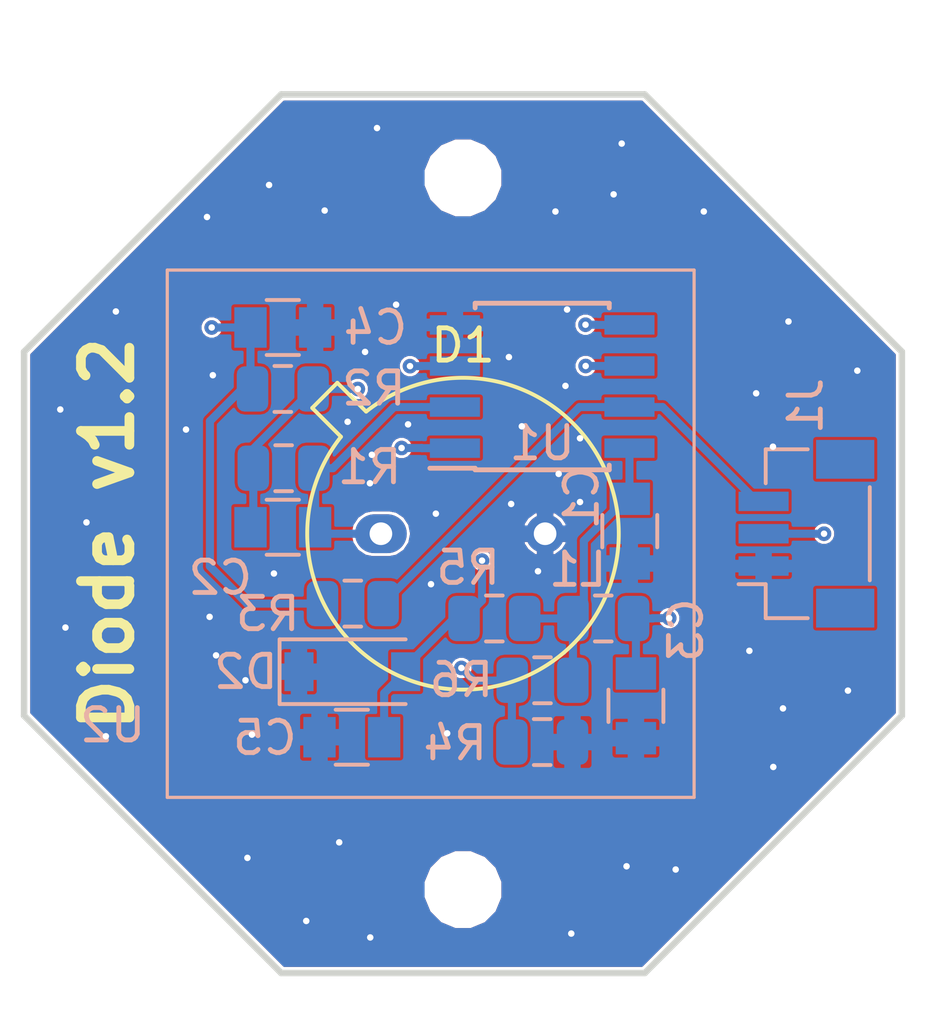
<source format=kicad_pcb>
(kicad_pcb (version 20171130) (host pcbnew "(5.0.0)")

  (general
    (thickness 1.6)
    (drawings 9)
    (tracks 143)
    (zones 0)
    (modules 19)
    (nets 10)
  )

  (page A4)
  (layers
    (0 F.Cu signal)
    (1 In1.Cu signal)
    (2 In2.Cu signal)
    (31 B.Cu signal)
    (32 B.Adhes user)
    (33 F.Adhes user)
    (34 B.Paste user)
    (35 F.Paste user)
    (36 B.SilkS user)
    (37 F.SilkS user)
    (38 B.Mask user)
    (39 F.Mask user)
    (40 Dwgs.User user)
    (41 Cmts.User user)
    (42 Eco1.User user)
    (43 Eco2.User user)
    (44 Edge.Cuts user)
    (45 Margin user)
    (46 B.CrtYd user)
    (47 F.CrtYd user)
    (48 B.Fab user)
    (49 F.Fab user)
  )

  (setup
    (last_trace_width 0.25)
    (trace_clearance 0.0889)
    (zone_clearance 0.0889)
    (zone_45_only no)
    (trace_min 0.2)
    (segment_width 0.2)
    (edge_width 0.15)
    (via_size 0.45)
    (via_drill 0.2)
    (via_min_size 0.15)
    (via_min_drill 0.15)
    (uvia_size 0.2)
    (uvia_drill 0.1)
    (uvias_allowed no)
    (uvia_min_size 0.2)
    (uvia_min_drill 0.1)
    (pcb_text_width 0.3)
    (pcb_text_size 1.5 1.5)
    (mod_edge_width 0.15)
    (mod_text_size 1 1)
    (mod_text_width 0.15)
    (pad_size 4.55 1)
    (pad_drill 0)
    (pad_to_mask_clearance 0.2)
    (aux_axis_origin 0 0)
    (visible_elements 7FFFFFFF)
    (pcbplotparams
      (layerselection 0x010fc_ffffffff)
      (usegerberextensions false)
      (usegerberattributes false)
      (usegerberadvancedattributes false)
      (creategerberjobfile false)
      (excludeedgelayer true)
      (linewidth 0.100000)
      (plotframeref false)
      (viasonmask false)
      (mode 1)
      (useauxorigin false)
      (hpglpennumber 1)
      (hpglpenspeed 20)
      (hpglpendiameter 15.000000)
      (psnegative false)
      (psa4output false)
      (plotreference true)
      (plotvalue true)
      (plotinvisibletext false)
      (padsonsilk false)
      (subtractmaskfromsilk false)
      (outputformat 1)
      (mirror false)
      (drillshape 0)
      (scaleselection 1)
      (outputdirectory "Gerbers/"))
  )

  (net 0 "")
  (net 1 +5V)
  (net 2 GND)
  (net 3 /A)
  (net 4 "Net-(C2-Pad2)")
  (net 5 "Net-(C2-Pad1)")
  (net 6 "Net-(C4-Pad1)")
  (net 7 /Vdd)
  (net 8 "Net-(C5-Pad1)")
  (net 9 "Net-(R4-Pad2)")

  (net_class Default "This is the default net class."
    (clearance 0.0889)
    (trace_width 0.25)
    (via_dia 0.45)
    (via_drill 0.2)
    (uvia_dia 0.2)
    (uvia_drill 0.1)
    (diff_pair_gap 0.1525)
    (diff_pair_width 0.2)
    (add_net +5V)
    (add_net /A)
    (add_net /Vdd)
    (add_net GND)
    (add_net "Net-(C2-Pad1)")
    (add_net "Net-(C2-Pad2)")
    (add_net "Net-(C4-Pad1)")
    (add_net "Net-(C5-Pad1)")
    (add_net "Net-(R4-Pad2)")
  )

  (module Diodes_SMD:D_SOD-123 (layer B.Cu) (tedit 58645DC7) (tstamp 5CAF332E)
    (at 146.575001 99.265001)
    (descr SOD-123)
    (tags SOD-123)
    (path /5C95F3AC)
    (attr smd)
    (fp_text reference D2 (at -3.295001 0.004999) (layer B.SilkS)
      (effects (font (size 1 1) (thickness 0.15)) (justify mirror))
    )
    (fp_text value D (at 0 -2.1) (layer B.Fab)
      (effects (font (size 1 1) (thickness 0.15)) (justify mirror))
    )
    (fp_text user %R (at 0 2) (layer B.Fab)
      (effects (font (size 1 1) (thickness 0.15)) (justify mirror))
    )
    (fp_line (start -2.25 1) (end -2.25 -1) (layer B.SilkS) (width 0.12))
    (fp_line (start 0.25 0) (end 0.75 0) (layer B.Fab) (width 0.1))
    (fp_line (start 0.25 -0.4) (end -0.35 0) (layer B.Fab) (width 0.1))
    (fp_line (start 0.25 0.4) (end 0.25 -0.4) (layer B.Fab) (width 0.1))
    (fp_line (start -0.35 0) (end 0.25 0.4) (layer B.Fab) (width 0.1))
    (fp_line (start -0.35 0) (end -0.35 -0.55) (layer B.Fab) (width 0.1))
    (fp_line (start -0.35 0) (end -0.35 0.55) (layer B.Fab) (width 0.1))
    (fp_line (start -0.75 0) (end -0.35 0) (layer B.Fab) (width 0.1))
    (fp_line (start -1.4 -0.9) (end -1.4 0.9) (layer B.Fab) (width 0.1))
    (fp_line (start 1.4 -0.9) (end -1.4 -0.9) (layer B.Fab) (width 0.1))
    (fp_line (start 1.4 0.9) (end 1.4 -0.9) (layer B.Fab) (width 0.1))
    (fp_line (start -1.4 0.9) (end 1.4 0.9) (layer B.Fab) (width 0.1))
    (fp_line (start -2.35 1.15) (end 2.35 1.15) (layer B.CrtYd) (width 0.05))
    (fp_line (start 2.35 1.15) (end 2.35 -1.15) (layer B.CrtYd) (width 0.05))
    (fp_line (start 2.35 -1.15) (end -2.35 -1.15) (layer B.CrtYd) (width 0.05))
    (fp_line (start -2.35 1.15) (end -2.35 -1.15) (layer B.CrtYd) (width 0.05))
    (fp_line (start -2.25 -1) (end 1.65 -1) (layer B.SilkS) (width 0.12))
    (fp_line (start -2.25 1) (end 1.65 1) (layer B.SilkS) (width 0.12))
    (pad 1 smd rect (at -1.65 0) (size 0.9 1.2) (layers B.Cu B.Paste B.Mask)
      (net 2 GND))
    (pad 2 smd rect (at 1.65 0) (size 0.9 1.2) (layers B.Cu B.Paste B.Mask)
      (net 8 "Net-(C5-Pad1)"))
    (model ${KISYS3DMOD}/Diodes_SMD.3dshapes/D_SOD-123.wrl
      (at (xyz 0 0 0))
      (scale (xyz 1 1 1))
      (rotate (xyz 0 0 0))
    )
  )

  (module Capacitors_SMD:C_0805 (layer B.Cu) (tedit 58AA8463) (tstamp 5CAF3315)
    (at 146.56 101.29 180)
    (descr "Capacitor SMD 0805, reflow soldering, AVX (see smccp.pdf)")
    (tags "capacitor 0805")
    (path /5C95FEC2)
    (attr smd)
    (fp_text reference C5 (at 2.69 -0.02 180) (layer B.SilkS)
      (effects (font (size 1 1) (thickness 0.15)) (justify mirror))
    )
    (fp_text value C (at 0 -1.75 180) (layer B.Fab)
      (effects (font (size 1 1) (thickness 0.15)) (justify mirror))
    )
    (fp_text user %R (at 0 1.5 180) (layer B.Fab)
      (effects (font (size 1 1) (thickness 0.15)) (justify mirror))
    )
    (fp_line (start -1 -0.62) (end -1 0.62) (layer B.Fab) (width 0.1))
    (fp_line (start 1 -0.62) (end -1 -0.62) (layer B.Fab) (width 0.1))
    (fp_line (start 1 0.62) (end 1 -0.62) (layer B.Fab) (width 0.1))
    (fp_line (start -1 0.62) (end 1 0.62) (layer B.Fab) (width 0.1))
    (fp_line (start 0.5 0.85) (end -0.5 0.85) (layer B.SilkS) (width 0.12))
    (fp_line (start -0.5 -0.85) (end 0.5 -0.85) (layer B.SilkS) (width 0.12))
    (fp_line (start -1.75 0.88) (end 1.75 0.88) (layer B.CrtYd) (width 0.05))
    (fp_line (start -1.75 0.88) (end -1.75 -0.87) (layer B.CrtYd) (width 0.05))
    (fp_line (start 1.75 -0.87) (end 1.75 0.88) (layer B.CrtYd) (width 0.05))
    (fp_line (start 1.75 -0.87) (end -1.75 -0.87) (layer B.CrtYd) (width 0.05))
    (pad 1 smd rect (at -1 0 180) (size 1 1.25) (layers B.Cu B.Paste B.Mask)
      (net 8 "Net-(C5-Pad1)"))
    (pad 2 smd rect (at 1 0 180) (size 1 1.25) (layers B.Cu B.Paste B.Mask)
      (net 2 GND))
    (model Capacitors_SMD.3dshapes/C_0805.wrl
      (at (xyz 0 0 0))
      (scale (xyz 1 1 1))
      (rotate (xyz 0 0 0))
    )
  )

  (module Resistor_SMD:R_0805_2012Metric (layer B.Cu) (tedit 5B36C52B) (tstamp 5CAF333F)
    (at 150.97 97.62)
    (descr "Resistor SMD 0805 (2012 Metric), square (rectangular) end terminal, IPC_7351 nominal, (Body size source: https://docs.google.com/spreadsheets/d/1BsfQQcO9C6DZCsRaXUlFlo91Tg2WpOkGARC1WS5S8t0/edit?usp=sharing), generated with kicad-footprint-generator")
    (tags resistor)
    (path /5C95F2CA)
    (attr smd)
    (fp_text reference R5 (at -0.81 -1.57) (layer B.SilkS)
      (effects (font (size 1 1) (thickness 0.15)) (justify mirror))
    )
    (fp_text value R (at 0 -1.65) (layer B.Fab)
      (effects (font (size 1 1) (thickness 0.15)) (justify mirror))
    )
    (fp_text user %R (at 0 0) (layer B.Fab)
      (effects (font (size 0.5 0.5) (thickness 0.08)) (justify mirror))
    )
    (fp_line (start 1.68 -0.95) (end -1.68 -0.95) (layer B.CrtYd) (width 0.05))
    (fp_line (start 1.68 0.95) (end 1.68 -0.95) (layer B.CrtYd) (width 0.05))
    (fp_line (start -1.68 0.95) (end 1.68 0.95) (layer B.CrtYd) (width 0.05))
    (fp_line (start -1.68 -0.95) (end -1.68 0.95) (layer B.CrtYd) (width 0.05))
    (fp_line (start -0.258578 -0.71) (end 0.258578 -0.71) (layer B.SilkS) (width 0.12))
    (fp_line (start -0.258578 0.71) (end 0.258578 0.71) (layer B.SilkS) (width 0.12))
    (fp_line (start 1 -0.6) (end -1 -0.6) (layer B.Fab) (width 0.1))
    (fp_line (start 1 0.6) (end 1 -0.6) (layer B.Fab) (width 0.1))
    (fp_line (start -1 0.6) (end 1 0.6) (layer B.Fab) (width 0.1))
    (fp_line (start -1 -0.6) (end -1 0.6) (layer B.Fab) (width 0.1))
    (pad 2 smd roundrect (at 0.9375 0) (size 0.975 1.4) (layers B.Cu B.Paste B.Mask) (roundrect_rratio 0.25)
      (net 7 /Vdd))
    (pad 1 smd roundrect (at -0.9375 0) (size 0.975 1.4) (layers B.Cu B.Paste B.Mask) (roundrect_rratio 0.25)
      (net 8 "Net-(C5-Pad1)"))
    (model ${KISYS3DMOD}/Resistor_SMD.3dshapes/R_0805_2012Metric.wrl
      (at (xyz 0 0 0))
      (scale (xyz 1 1 1))
      (rotate (xyz 0 0 0))
    )
  )

  (module Resistor_SMD:R_0805_2012Metric (layer B.Cu) (tedit 5B36C52B) (tstamp 5CAF3350)
    (at 152.46 99.53)
    (descr "Resistor SMD 0805 (2012 Metric), square (rectangular) end terminal, IPC_7351 nominal, (Body size source: https://docs.google.com/spreadsheets/d/1BsfQQcO9C6DZCsRaXUlFlo91Tg2WpOkGARC1WS5S8t0/edit?usp=sharing), generated with kicad-footprint-generator")
    (tags resistor)
    (path /5C963211)
    (attr smd)
    (fp_text reference R6 (at -2.51 -0.01) (layer B.SilkS)
      (effects (font (size 1 1) (thickness 0.15)) (justify mirror))
    )
    (fp_text value R (at 0 -1.65) (layer B.Fab)
      (effects (font (size 1 1) (thickness 0.15)) (justify mirror))
    )
    (fp_line (start -1 -0.6) (end -1 0.6) (layer B.Fab) (width 0.1))
    (fp_line (start -1 0.6) (end 1 0.6) (layer B.Fab) (width 0.1))
    (fp_line (start 1 0.6) (end 1 -0.6) (layer B.Fab) (width 0.1))
    (fp_line (start 1 -0.6) (end -1 -0.6) (layer B.Fab) (width 0.1))
    (fp_line (start -0.258578 0.71) (end 0.258578 0.71) (layer B.SilkS) (width 0.12))
    (fp_line (start -0.258578 -0.71) (end 0.258578 -0.71) (layer B.SilkS) (width 0.12))
    (fp_line (start -1.68 -0.95) (end -1.68 0.95) (layer B.CrtYd) (width 0.05))
    (fp_line (start -1.68 0.95) (end 1.68 0.95) (layer B.CrtYd) (width 0.05))
    (fp_line (start 1.68 0.95) (end 1.68 -0.95) (layer B.CrtYd) (width 0.05))
    (fp_line (start 1.68 -0.95) (end -1.68 -0.95) (layer B.CrtYd) (width 0.05))
    (fp_text user %R (at 0 0) (layer B.Fab)
      (effects (font (size 0.5 0.5) (thickness 0.08)) (justify mirror))
    )
    (pad 1 smd roundrect (at -0.9375 0) (size 0.975 1.4) (layers B.Cu B.Paste B.Mask) (roundrect_rratio 0.25)
      (net 9 "Net-(R4-Pad2)"))
    (pad 2 smd roundrect (at 0.9375 0) (size 0.975 1.4) (layers B.Cu B.Paste B.Mask) (roundrect_rratio 0.25)
      (net 7 /Vdd))
    (model ${KISYS3DMOD}/Resistor_SMD.3dshapes/R_0805_2012Metric.wrl
      (at (xyz 0 0 0))
      (scale (xyz 1 1 1))
      (rotate (xyz 0 0 0))
    )
  )

  (module Resistor_SMD:R_0805_2012Metric (layer B.Cu) (tedit 5B36C52B) (tstamp 5C0477A2)
    (at 146.59 97.16)
    (descr "Resistor SMD 0805 (2012 Metric), square (rectangular) end terminal, IPC_7351 nominal, (Body size source: https://docs.google.com/spreadsheets/d/1BsfQQcO9C6DZCsRaXUlFlo91Tg2WpOkGARC1WS5S8t0/edit?usp=sharing), generated with kicad-footprint-generator")
    (tags resistor)
    (path /5BE9F44C)
    (attr smd)
    (fp_text reference R3 (at -2.63 0.32) (layer B.SilkS)
      (effects (font (size 1 1) (thickness 0.15)) (justify mirror))
    )
    (fp_text value R (at 0 -1.65) (layer B.Fab)
      (effects (font (size 1 1) (thickness 0.15)) (justify mirror))
    )
    (fp_line (start -1 -0.6) (end -1 0.6) (layer B.Fab) (width 0.1))
    (fp_line (start -1 0.6) (end 1 0.6) (layer B.Fab) (width 0.1))
    (fp_line (start 1 0.6) (end 1 -0.6) (layer B.Fab) (width 0.1))
    (fp_line (start 1 -0.6) (end -1 -0.6) (layer B.Fab) (width 0.1))
    (fp_line (start -0.258578 0.71) (end 0.258578 0.71) (layer B.SilkS) (width 0.12))
    (fp_line (start -0.258578 -0.71) (end 0.258578 -0.71) (layer B.SilkS) (width 0.12))
    (fp_line (start -1.68 -0.95) (end -1.68 0.95) (layer B.CrtYd) (width 0.05))
    (fp_line (start -1.68 0.95) (end 1.68 0.95) (layer B.CrtYd) (width 0.05))
    (fp_line (start 1.68 0.95) (end 1.68 -0.95) (layer B.CrtYd) (width 0.05))
    (fp_line (start 1.68 -0.95) (end -1.68 -0.95) (layer B.CrtYd) (width 0.05))
    (fp_text user %R (at 0 0) (layer B.Fab)
      (effects (font (size 0.5 0.5) (thickness 0.08)) (justify mirror))
    )
    (pad 1 smd roundrect (at -0.9375 0) (size 0.975 1.4) (layers B.Cu B.Paste B.Mask) (roundrect_rratio 0.25)
      (net 6 "Net-(C4-Pad1)"))
    (pad 2 smd roundrect (at 0.9375 0) (size 0.975 1.4) (layers B.Cu B.Paste B.Mask) (roundrect_rratio 0.25)
      (net 3 /A))
    (model ${KISYS3DMOD}/Resistor_SMD.3dshapes/R_0805_2012Metric.wrl
      (at (xyz 0 0 0))
      (scale (xyz 1 1 1))
      (rotate (xyz 0 0 0))
    )
  )

  (module Resistor_SMD:R_0805_2012Metric (layer B.Cu) (tedit 5B36C52B) (tstamp 5C047EB9)
    (at 152.45 101.44 180)
    (descr "Resistor SMD 0805 (2012 Metric), square (rectangular) end terminal, IPC_7351 nominal, (Body size source: https://docs.google.com/spreadsheets/d/1BsfQQcO9C6DZCsRaXUlFlo91Tg2WpOkGARC1WS5S8t0/edit?usp=sharing), generated with kicad-footprint-generator")
    (tags resistor)
    (path /5BE9F48E)
    (attr smd)
    (fp_text reference R4 (at 2.692154 -0.034777 180) (layer B.SilkS)
      (effects (font (size 1 1) (thickness 0.15)) (justify mirror))
    )
    (fp_text value R (at 0 -1.65 180) (layer B.Fab)
      (effects (font (size 1 1) (thickness 0.15)) (justify mirror))
    )
    (fp_text user %R (at 0 0 180) (layer B.Fab)
      (effects (font (size 0.5 0.5) (thickness 0.08)) (justify mirror))
    )
    (fp_line (start 1.68 -0.95) (end -1.68 -0.95) (layer B.CrtYd) (width 0.05))
    (fp_line (start 1.68 0.95) (end 1.68 -0.95) (layer B.CrtYd) (width 0.05))
    (fp_line (start -1.68 0.95) (end 1.68 0.95) (layer B.CrtYd) (width 0.05))
    (fp_line (start -1.68 -0.95) (end -1.68 0.95) (layer B.CrtYd) (width 0.05))
    (fp_line (start -0.258578 -0.71) (end 0.258578 -0.71) (layer B.SilkS) (width 0.12))
    (fp_line (start -0.258578 0.71) (end 0.258578 0.71) (layer B.SilkS) (width 0.12))
    (fp_line (start 1 -0.6) (end -1 -0.6) (layer B.Fab) (width 0.1))
    (fp_line (start 1 0.6) (end 1 -0.6) (layer B.Fab) (width 0.1))
    (fp_line (start -1 0.6) (end 1 0.6) (layer B.Fab) (width 0.1))
    (fp_line (start -1 -0.6) (end -1 0.6) (layer B.Fab) (width 0.1))
    (pad 2 smd roundrect (at 0.9375 0 180) (size 0.975 1.4) (layers B.Cu B.Paste B.Mask) (roundrect_rratio 0.25)
      (net 9 "Net-(R4-Pad2)"))
    (pad 1 smd roundrect (at -0.9375 0 180) (size 0.975 1.4) (layers B.Cu B.Paste B.Mask) (roundrect_rratio 0.25)
      (net 2 GND))
    (model ${KISYS3DMOD}/Resistor_SMD.3dshapes/R_0805_2012Metric.wrl
      (at (xyz 0 0 0))
      (scale (xyz 1 1 1))
      (rotate (xyz 0 0 0))
    )
  )

  (module Capacitors_SMD:C_0805 (layer B.Cu) (tedit 58AA8463) (tstamp 5C1D0966)
    (at 144.425 94.8)
    (descr "Capacitor SMD 0805, reflow soldering, AVX (see smccp.pdf)")
    (tags "capacitor 0805")
    (path /5BD1DD13)
    (attr smd)
    (fp_text reference C2 (at -1.935 1.56) (layer B.SilkS)
      (effects (font (size 1 1) (thickness 0.15)) (justify mirror))
    )
    (fp_text value C (at 0 -1.75) (layer B.Fab)
      (effects (font (size 1 1) (thickness 0.15)) (justify mirror))
    )
    (fp_text user %R (at 0 1.5) (layer B.Fab)
      (effects (font (size 1 1) (thickness 0.15)) (justify mirror))
    )
    (fp_line (start -1 -0.62) (end -1 0.62) (layer B.Fab) (width 0.1))
    (fp_line (start 1 -0.62) (end -1 -0.62) (layer B.Fab) (width 0.1))
    (fp_line (start 1 0.62) (end 1 -0.62) (layer B.Fab) (width 0.1))
    (fp_line (start -1 0.62) (end 1 0.62) (layer B.Fab) (width 0.1))
    (fp_line (start 0.5 0.85) (end -0.5 0.85) (layer B.SilkS) (width 0.12))
    (fp_line (start -0.5 -0.85) (end 0.5 -0.85) (layer B.SilkS) (width 0.12))
    (fp_line (start -1.75 0.88) (end 1.75 0.88) (layer B.CrtYd) (width 0.05))
    (fp_line (start -1.75 0.88) (end -1.75 -0.87) (layer B.CrtYd) (width 0.05))
    (fp_line (start 1.75 -0.87) (end 1.75 0.88) (layer B.CrtYd) (width 0.05))
    (fp_line (start 1.75 -0.87) (end -1.75 -0.87) (layer B.CrtYd) (width 0.05))
    (pad 1 smd rect (at -1 0) (size 1 1.25) (layers B.Cu B.Paste B.Mask)
      (net 5 "Net-(C2-Pad1)"))
    (pad 2 smd rect (at 1 0) (size 1 1.25) (layers B.Cu B.Paste B.Mask)
      (net 4 "Net-(C2-Pad2)"))
    (model Capacitors_SMD.3dshapes/C_0805.wrl
      (at (xyz 0 0 0))
      (scale (xyz 1 1 1))
      (rotate (xyz 0 0 0))
    )
  )

  (module Resistor_SMD:R_0805_2012Metric (layer B.Cu) (tedit 5B36C52B) (tstamp 5C1D0996)
    (at 144.45 92.975 180)
    (descr "Resistor SMD 0805 (2012 Metric), square (rectangular) end terminal, IPC_7351 nominal, (Body size source: https://docs.google.com/spreadsheets/d/1BsfQQcO9C6DZCsRaXUlFlo91Tg2WpOkGARC1WS5S8t0/edit?usp=sharing), generated with kicad-footprint-generator")
    (tags resistor)
    (path /5BD1DDDA)
    (attr smd)
    (fp_text reference R1 (at -2.66 0.035 180) (layer B.SilkS)
      (effects (font (size 1 1) (thickness 0.15)) (justify mirror))
    )
    (fp_text value R (at 0 -1.65 180) (layer B.Fab)
      (effects (font (size 1 1) (thickness 0.15)) (justify mirror))
    )
    (fp_line (start -1 -0.6) (end -1 0.6) (layer B.Fab) (width 0.1))
    (fp_line (start -1 0.6) (end 1 0.6) (layer B.Fab) (width 0.1))
    (fp_line (start 1 0.6) (end 1 -0.6) (layer B.Fab) (width 0.1))
    (fp_line (start 1 -0.6) (end -1 -0.6) (layer B.Fab) (width 0.1))
    (fp_line (start -0.258578 0.71) (end 0.258578 0.71) (layer B.SilkS) (width 0.12))
    (fp_line (start -0.258578 -0.71) (end 0.258578 -0.71) (layer B.SilkS) (width 0.12))
    (fp_line (start -1.68 -0.95) (end -1.68 0.95) (layer B.CrtYd) (width 0.05))
    (fp_line (start -1.68 0.95) (end 1.68 0.95) (layer B.CrtYd) (width 0.05))
    (fp_line (start 1.68 0.95) (end 1.68 -0.95) (layer B.CrtYd) (width 0.05))
    (fp_line (start 1.68 -0.95) (end -1.68 -0.95) (layer B.CrtYd) (width 0.05))
    (fp_text user %R (at 0 0 180) (layer B.Fab)
      (effects (font (size 0.5 0.5) (thickness 0.08)) (justify mirror))
    )
    (pad 1 smd roundrect (at -0.9375 0 180) (size 0.975 1.4) (layers B.Cu B.Paste B.Mask) (roundrect_rratio 0.25)
      (net 4 "Net-(C2-Pad2)"))
    (pad 2 smd roundrect (at 0.9375 0 180) (size 0.975 1.4) (layers B.Cu B.Paste B.Mask) (roundrect_rratio 0.25)
      (net 5 "Net-(C2-Pad1)"))
    (model ${KISYS3DMOD}/Resistor_SMD.3dshapes/R_0805_2012Metric.wrl
      (at (xyz 0 0 0))
      (scale (xyz 1 1 1))
      (rotate (xyz 0 0 0))
    )
  )

  (module MountingHole:MountingHole_2.2mm_M2 (layer F.Cu) (tedit 5BF01559) (tstamp 5C095656)
    (at 150 106)
    (descr "Mounting Hole 2.2mm, no annular, M2")
    (tags "mounting hole 2.2mm no annular m2")
    (attr virtual)
    (fp_text reference REF** (at 0 -3.2) (layer Dwgs.User)
      (effects (font (size 1 1) (thickness 0.15)))
    )
    (fp_text value MountingHole_2.2mm_M2 (at 0 3.2) (layer F.Fab)
      (effects (font (size 1 1) (thickness 0.15)))
    )
    (fp_text user %R (at 0.3 0) (layer F.Fab)
      (effects (font (size 1 1) (thickness 0.15)))
    )
    (fp_circle (center 0 0) (end 2.2 0) (layer Cmts.User) (width 0.15))
    (fp_circle (center 0 0) (end 2.45 0) (layer F.CrtYd) (width 0.05))
    (pad 1 np_thru_hole circle (at 0 0) (size 2.2 2.2) (drill 2.2) (layers *.Cu *.Mask))
  )

  (module Resistor_SMD:R_0805_2012Metric (layer B.Cu) (tedit 5B36C52B) (tstamp 5C047791)
    (at 144.425 90.525 180)
    (descr "Resistor SMD 0805 (2012 Metric), square (rectangular) end terminal, IPC_7351 nominal, (Body size source: https://docs.google.com/spreadsheets/d/1BsfQQcO9C6DZCsRaXUlFlo91Tg2WpOkGARC1WS5S8t0/edit?usp=sharing), generated with kicad-footprint-generator")
    (tags resistor)
    (path /5BEB2536)
    (attr smd)
    (fp_text reference R2 (at -2.815 0.015 180) (layer B.SilkS)
      (effects (font (size 1 1) (thickness 0.15)) (justify mirror))
    )
    (fp_text value 3 (at 0 -1.65 180) (layer B.Fab)
      (effects (font (size 1 1) (thickness 0.15)) (justify mirror))
    )
    (fp_line (start -1 -0.6) (end -1 0.6) (layer B.Fab) (width 0.1))
    (fp_line (start -1 0.6) (end 1 0.6) (layer B.Fab) (width 0.1))
    (fp_line (start 1 0.6) (end 1 -0.6) (layer B.Fab) (width 0.1))
    (fp_line (start 1 -0.6) (end -1 -0.6) (layer B.Fab) (width 0.1))
    (fp_line (start -0.258578 0.71) (end 0.258578 0.71) (layer B.SilkS) (width 0.12))
    (fp_line (start -0.258578 -0.71) (end 0.258578 -0.71) (layer B.SilkS) (width 0.12))
    (fp_line (start -1.68 -0.95) (end -1.68 0.95) (layer B.CrtYd) (width 0.05))
    (fp_line (start -1.68 0.95) (end 1.68 0.95) (layer B.CrtYd) (width 0.05))
    (fp_line (start 1.68 0.95) (end 1.68 -0.95) (layer B.CrtYd) (width 0.05))
    (fp_line (start 1.68 -0.95) (end -1.68 -0.95) (layer B.CrtYd) (width 0.05))
    (fp_text user %R (at 0 0 180) (layer B.Fab)
      (effects (font (size 0.5 0.5) (thickness 0.08)) (justify mirror))
    )
    (pad 1 smd roundrect (at -0.9375 0 180) (size 0.975 1.4) (layers B.Cu B.Paste B.Mask) (roundrect_rratio 0.25)
      (net 5 "Net-(C2-Pad1)"))
    (pad 2 smd roundrect (at 0.9375 0 180) (size 0.975 1.4) (layers B.Cu B.Paste B.Mask) (roundrect_rratio 0.25)
      (net 6 "Net-(C4-Pad1)"))
    (model ${KISYS3DMOD}/Resistor_SMD.3dshapes/R_0805_2012Metric.wrl
      (at (xyz 0 0 0))
      (scale (xyz 1 1 1))
      (rotate (xyz 0 0 0))
    )
  )

  (module Capacitors_SMD:C_0805 (layer B.Cu) (tedit 58AA8463) (tstamp 5BEFFF7E)
    (at 155.16 94.92 270)
    (descr "Capacitor SMD 0805, reflow soldering, AVX (see smccp.pdf)")
    (tags "capacitor 0805")
    (path /5BD1EB34)
    (attr smd)
    (fp_text reference C1 (at -1.04 1.49 270) (layer B.SilkS)
      (effects (font (size 1 1) (thickness 0.15)) (justify mirror))
    )
    (fp_text value 0.1uF (at 0 -1.75 270) (layer B.Fab)
      (effects (font (size 1 1) (thickness 0.15)) (justify mirror))
    )
    (fp_line (start 1.75 -0.87) (end -1.75 -0.87) (layer B.CrtYd) (width 0.05))
    (fp_line (start 1.75 -0.87) (end 1.75 0.88) (layer B.CrtYd) (width 0.05))
    (fp_line (start -1.75 0.88) (end -1.75 -0.87) (layer B.CrtYd) (width 0.05))
    (fp_line (start -1.75 0.88) (end 1.75 0.88) (layer B.CrtYd) (width 0.05))
    (fp_line (start -0.5 -0.85) (end 0.5 -0.85) (layer B.SilkS) (width 0.12))
    (fp_line (start 0.5 0.85) (end -0.5 0.85) (layer B.SilkS) (width 0.12))
    (fp_line (start -1 0.62) (end 1 0.62) (layer B.Fab) (width 0.1))
    (fp_line (start 1 0.62) (end 1 -0.62) (layer B.Fab) (width 0.1))
    (fp_line (start 1 -0.62) (end -1 -0.62) (layer B.Fab) (width 0.1))
    (fp_line (start -1 -0.62) (end -1 0.62) (layer B.Fab) (width 0.1))
    (fp_text user %R (at 0 1.5 270) (layer B.Fab)
      (effects (font (size 1 1) (thickness 0.15)) (justify mirror))
    )
    (pad 2 smd rect (at 1 0 270) (size 1 1.25) (layers B.Cu B.Paste B.Mask)
      (net 2 GND))
    (pad 1 smd rect (at -1 0 270) (size 1 1.25) (layers B.Cu B.Paste B.Mask)
      (net 7 /Vdd))
    (model Capacitors_SMD.3dshapes/C_0805.wrl
      (at (xyz 0 0 0))
      (scale (xyz 1 1 1))
      (rotate (xyz 0 0 0))
    )
  )

  (module Package_TO_SOT_THT:TO-5-2_Window (layer F.Cu) (tedit 5A02FF81) (tstamp 5BF73769)
    (at 147.46 95)
    (descr "TO-5-2_Window, Window")
    (tags "TO-5-2_Window Window")
    (path /5BD1DA72)
    (fp_text reference D1 (at 2.54 -5.82) (layer F.SilkS)
      (effects (font (size 1 1) (thickness 0.15)))
    )
    (fp_text value BPW21 (at 2.54 5.82) (layer F.Fab)
      (effects (font (size 1 1) (thickness 0.15)))
    )
    (fp_text user %R (at 2.54 -5.82) (layer F.Fab)
      (effects (font (size 1 1) (thickness 0.15)))
    )
    (fp_line (start -0.465408 -3.61352) (end -1.27151 -4.419621) (layer F.Fab) (width 0.1))
    (fp_line (start -1.27151 -4.419621) (end -1.879621 -3.81151) (layer F.Fab) (width 0.1))
    (fp_line (start -1.879621 -3.81151) (end -1.07352 -3.005408) (layer F.Fab) (width 0.1))
    (fp_line (start 3.864 -2.637) (end 5.177 -1.324) (layer F.Fab) (width 0.1))
    (fp_line (start 3.025 -2.911) (end 5.451 -0.485) (layer F.Fab) (width 0.1))
    (fp_line (start 2.42 -2.948) (end 5.488 0.12) (layer F.Fab) (width 0.1))
    (fp_line (start 1.918 -2.884) (end 5.424 0.622) (layer F.Fab) (width 0.1))
    (fp_line (start 1.482 -2.755) (end 5.295 1.058) (layer F.Fab) (width 0.1))
    (fp_line (start 1.097 -2.574) (end 5.114 1.443) (layer F.Fab) (width 0.1))
    (fp_line (start 0.756 -2.35) (end 4.89 1.784) (layer F.Fab) (width 0.1))
    (fp_line (start 0.454 -2.086) (end 4.626 2.086) (layer F.Fab) (width 0.1))
    (fp_line (start 0.19 -1.784) (end 4.324 2.35) (layer F.Fab) (width 0.1))
    (fp_line (start -0.034 -1.443) (end 3.983 2.574) (layer F.Fab) (width 0.1))
    (fp_line (start -0.215 -1.058) (end 3.598 2.755) (layer F.Fab) (width 0.1))
    (fp_line (start -0.344 -0.622) (end 3.162 2.884) (layer F.Fab) (width 0.1))
    (fp_line (start -0.408 -0.12) (end 2.66 2.948) (layer F.Fab) (width 0.1))
    (fp_line (start -0.371 0.485) (end 2.055 2.911) (layer F.Fab) (width 0.1))
    (fp_line (start -0.097 1.324) (end 1.216 2.637) (layer F.Fab) (width 0.1))
    (fp_line (start -0.457084 -3.774902) (end -1.348039 -4.665856) (layer F.SilkS) (width 0.12))
    (fp_line (start -1.348039 -4.665856) (end -2.125856 -3.888039) (layer F.SilkS) (width 0.12))
    (fp_line (start -2.125856 -3.888039) (end -1.234902 -2.997084) (layer F.SilkS) (width 0.12))
    (fp_line (start -2.41 -4.95) (end -2.41 4.95) (layer F.CrtYd) (width 0.05))
    (fp_line (start -2.41 4.95) (end 7.49 4.95) (layer F.CrtYd) (width 0.05))
    (fp_line (start 7.49 4.95) (end 7.49 -4.95) (layer F.CrtYd) (width 0.05))
    (fp_line (start 7.49 -4.95) (end -2.41 -4.95) (layer F.CrtYd) (width 0.05))
    (fp_circle (center 2.54 0) (end 6.79 0) (layer F.Fab) (width 0.1))
    (fp_circle (center 2.54 0) (end 5.49 0) (layer F.Fab) (width 0.1))
    (fp_arc (start 2.54 0) (end -0.465408 -3.61352) (angle 349.5) (layer F.Fab) (width 0.1))
    (fp_arc (start 2.54 0) (end -0.457084 -3.774902) (angle 346.9) (layer F.SilkS) (width 0.12))
    (pad 1 thru_hole oval (at 0 0) (size 1.6 1.2) (drill 0.7) (layers *.Cu *.Mask)
      (net 4 "Net-(C2-Pad2)"))
    (pad 2 thru_hole oval (at 5.08 0) (size 1.2 1.2) (drill 0.7) (layers *.Cu *.Mask)
      (net 2 GND))
    (model ${KISYS3DMOD}/Package_TO_SOT_THT.3dshapes/TO-5-2_Window.wrl
      (at (xyz 0 0 0))
      (scale (xyz 1 1 1))
      (rotate (xyz 0 0 0))
    )
  )

  (module Connector_Molex:Molex_Pico-Clasp_501331-0307_1x03-1MP_P1.00mm_Vertical (layer B.Cu) (tedit 5AA46ED0) (tstamp 5BF7378F)
    (at 160.625 95 90)
    (descr "Molex Pico-Clasp series connector, 501331-0307 (http://www.molex.com/pdm_docs/sd/5013310207_sd.pdf), generated with kicad-footprint-generator")
    (tags "connector Molex Pico-Clasp side entry")
    (path /5BDDEC06)
    (attr smd)
    (fp_text reference J1 (at 3.95 -0.025 90) (layer B.SilkS)
      (effects (font (size 1 1) (thickness 0.15)) (justify mirror))
    )
    (fp_text value Conn_01x03 (at 0 -3.3 90) (layer B.Fab)
      (effects (font (size 1 1) (thickness 0.15)) (justify mirror))
    )
    (fp_line (start -2.5 -1.15) (end 2.5 -1.15) (layer B.Fab) (width 0.1))
    (fp_line (start -2.61 0.04) (end -2.61 -1.26) (layer B.SilkS) (width 0.12))
    (fp_line (start -2.61 -1.26) (end -1.56 -1.26) (layer B.SilkS) (width 0.12))
    (fp_line (start -1.56 -1.26) (end -1.56 -2.1) (layer B.SilkS) (width 0.12))
    (fp_line (start 2.61 0.04) (end 2.61 -1.26) (layer B.SilkS) (width 0.12))
    (fp_line (start 2.61 -1.26) (end 1.56 -1.26) (layer B.SilkS) (width 0.12))
    (fp_line (start -1.44 1.96) (end 1.44 1.96) (layer B.SilkS) (width 0.12))
    (fp_line (start -2.5 1.85) (end 2.5 1.85) (layer B.Fab) (width 0.1))
    (fp_line (start -2.5 -1.15) (end -2.5 1.85) (layer B.Fab) (width 0.1))
    (fp_line (start 2.5 -1.15) (end 2.5 1.85) (layer B.Fab) (width 0.1))
    (fp_line (start -1.125 0.25) (end -1.125 -0.25) (layer B.Fab) (width 0.1))
    (fp_line (start -1.125 -0.25) (end -0.875 -0.25) (layer B.Fab) (width 0.1))
    (fp_line (start -0.875 -0.25) (end -0.875 0.25) (layer B.Fab) (width 0.1))
    (fp_line (start -0.875 0.25) (end -1.125 0.25) (layer B.Fab) (width 0.1))
    (fp_line (start -0.125 0.25) (end -0.125 -0.25) (layer B.Fab) (width 0.1))
    (fp_line (start -0.125 -0.25) (end 0.125 -0.25) (layer B.Fab) (width 0.1))
    (fp_line (start 0.125 -0.25) (end 0.125 0.25) (layer B.Fab) (width 0.1))
    (fp_line (start 0.125 0.25) (end -0.125 0.25) (layer B.Fab) (width 0.1))
    (fp_line (start 0.875 0.25) (end 0.875 -0.25) (layer B.Fab) (width 0.1))
    (fp_line (start 0.875 -0.25) (end 1.125 -0.25) (layer B.Fab) (width 0.1))
    (fp_line (start 1.125 -0.25) (end 1.125 0.25) (layer B.Fab) (width 0.1))
    (fp_line (start 1.125 0.25) (end 0.875 0.25) (layer B.Fab) (width 0.1))
    (fp_line (start -3.4 2.6) (end -3.4 -2.6) (layer B.CrtYd) (width 0.05))
    (fp_line (start -3.4 -2.6) (end 3.4 -2.6) (layer B.CrtYd) (width 0.05))
    (fp_line (start 3.4 -2.6) (end 3.4 2.6) (layer B.CrtYd) (width 0.05))
    (fp_line (start 3.4 2.6) (end -3.4 2.6) (layer B.CrtYd) (width 0.05))
    (fp_line (start -1.5 -1.15) (end -1 -0.442893) (layer B.Fab) (width 0.1))
    (fp_line (start -1 -0.442893) (end -0.5 -1.15) (layer B.Fab) (width 0.1))
    (fp_text user %R (at 0 1.15 90) (layer B.Fab)
      (effects (font (size 1 1) (thickness 0.15)) (justify mirror))
    )
    (pad 1 smd rect (at -1 -1.325 90) (size 0.6 1.55) (layers B.Cu B.Paste B.Mask)
      (net 2 GND))
    (pad 2 smd rect (at 0 -1.325 90) (size 0.6 1.55) (layers B.Cu B.Paste B.Mask)
      (net 1 +5V))
    (pad 3 smd rect (at 1 -1.325 90) (size 0.6 1.55) (layers B.Cu B.Paste B.Mask)
      (net 3 /A))
    (pad MP smd rect (at -2.3 1.2 90) (size 1.2 1.8) (layers B.Cu B.Paste B.Mask))
    (pad MP smd rect (at 2.3 1.2 90) (size 1.2 1.8) (layers B.Cu B.Paste B.Mask))
    (model ${KISYS3DMOD}/Connector_Molex.3dshapes/Molex_Pico-Clasp_501331-0307_1x03-1MP_P1.00mm_Vertical.wrl
      (at (xyz 0 0 0))
      (scale (xyz 1 1 1))
      (rotate (xyz 0 0 0))
    )
  )

  (module Capacitors_SMD:C_0805 (layer B.Cu) (tedit 58AA8463) (tstamp 5BEFFD6D)
    (at 155.35 100.32 90)
    (descr "Capacitor SMD 0805, reflow soldering, AVX (see smccp.pdf)")
    (tags "capacitor 0805")
    (path /5BEB2C09)
    (attr smd)
    (fp_text reference C3 (at 2.34 1.55 90) (layer B.SilkS)
      (effects (font (size 1 1) (thickness 0.15)) (justify mirror))
    )
    (fp_text value 1.5uF (at 0 -1.75 90) (layer B.Fab)
      (effects (font (size 1 1) (thickness 0.15)) (justify mirror))
    )
    (fp_line (start 1.75 -0.87) (end -1.75 -0.87) (layer B.CrtYd) (width 0.05))
    (fp_line (start 1.75 -0.87) (end 1.75 0.88) (layer B.CrtYd) (width 0.05))
    (fp_line (start -1.75 0.88) (end -1.75 -0.87) (layer B.CrtYd) (width 0.05))
    (fp_line (start -1.75 0.88) (end 1.75 0.88) (layer B.CrtYd) (width 0.05))
    (fp_line (start -0.5 -0.85) (end 0.5 -0.85) (layer B.SilkS) (width 0.12))
    (fp_line (start 0.5 0.85) (end -0.5 0.85) (layer B.SilkS) (width 0.12))
    (fp_line (start -1 0.62) (end 1 0.62) (layer B.Fab) (width 0.1))
    (fp_line (start 1 0.62) (end 1 -0.62) (layer B.Fab) (width 0.1))
    (fp_line (start 1 -0.62) (end -1 -0.62) (layer B.Fab) (width 0.1))
    (fp_line (start -1 -0.62) (end -1 0.62) (layer B.Fab) (width 0.1))
    (fp_text user %R (at 0 1.5 90) (layer B.Fab)
      (effects (font (size 1 1) (thickness 0.15)) (justify mirror))
    )
    (pad 2 smd rect (at 1 0 90) (size 1 1.25) (layers B.Cu B.Paste B.Mask)
      (net 1 +5V))
    (pad 1 smd rect (at -1 0 90) (size 1 1.25) (layers B.Cu B.Paste B.Mask)
      (net 2 GND))
    (model Capacitors_SMD.3dshapes/C_0805.wrl
      (at (xyz 0 0 0))
      (scale (xyz 1 1 1))
      (rotate (xyz 0 0 0))
    )
  )

  (module Capacitors_SMD:C_0805 (layer B.Cu) (tedit 58AA8463) (tstamp 5C047E67)
    (at 144.425 88.625)
    (descr "Capacitor SMD 0805, reflow soldering, AVX (see smccp.pdf)")
    (tags "capacitor 0805")
    (path /5BEB2596)
    (attr smd)
    (fp_text reference C4 (at 2.865 0.005) (layer B.SilkS)
      (effects (font (size 1 1) (thickness 0.15)) (justify mirror))
    )
    (fp_text value 47uF (at 0 -1.75) (layer B.Fab)
      (effects (font (size 1 1) (thickness 0.15)) (justify mirror))
    )
    (fp_text user %R (at 0 1.5) (layer B.Fab)
      (effects (font (size 1 1) (thickness 0.15)) (justify mirror))
    )
    (fp_line (start -1 -0.62) (end -1 0.62) (layer B.Fab) (width 0.1))
    (fp_line (start 1 -0.62) (end -1 -0.62) (layer B.Fab) (width 0.1))
    (fp_line (start 1 0.62) (end 1 -0.62) (layer B.Fab) (width 0.1))
    (fp_line (start -1 0.62) (end 1 0.62) (layer B.Fab) (width 0.1))
    (fp_line (start 0.5 0.85) (end -0.5 0.85) (layer B.SilkS) (width 0.12))
    (fp_line (start -0.5 -0.85) (end 0.5 -0.85) (layer B.SilkS) (width 0.12))
    (fp_line (start -1.75 0.88) (end 1.75 0.88) (layer B.CrtYd) (width 0.05))
    (fp_line (start -1.75 0.88) (end -1.75 -0.87) (layer B.CrtYd) (width 0.05))
    (fp_line (start 1.75 -0.87) (end 1.75 0.88) (layer B.CrtYd) (width 0.05))
    (fp_line (start 1.75 -0.87) (end -1.75 -0.87) (layer B.CrtYd) (width 0.05))
    (pad 1 smd rect (at -1 0) (size 1 1.25) (layers B.Cu B.Paste B.Mask)
      (net 6 "Net-(C4-Pad1)"))
    (pad 2 smd rect (at 1 0) (size 1 1.25) (layers B.Cu B.Paste B.Mask)
      (net 2 GND))
    (model Capacitors_SMD.3dshapes/C_0805.wrl
      (at (xyz 0 0 0))
      (scale (xyz 1 1 1))
      (rotate (xyz 0 0 0))
    )
  )

  (module Inductor_SMD:L_0805_2012Metric (layer B.Cu) (tedit 5B36C52B) (tstamp 5BEFFC0B)
    (at 154.34 97.62 180)
    (descr "Inductor SMD 0805 (2012 Metric), square (rectangular) end terminal, IPC_7351 nominal, (Body size source: https://docs.google.com/spreadsheets/d/1BsfQQcO9C6DZCsRaXUlFlo91Tg2WpOkGARC1WS5S8t0/edit?usp=sharing), generated with kicad-footprint-generator")
    (tags inductor)
    (path /5BEB286B)
    (attr smd)
    (fp_text reference L1 (at 0.79 1.51 180) (layer B.SilkS)
      (effects (font (size 1 1) (thickness 0.15)) (justify mirror))
    )
    (fp_text value Ferrite_Bead (at 0 -1.65 180) (layer B.Fab)
      (effects (font (size 1 1) (thickness 0.15)) (justify mirror))
    )
    (fp_line (start -1 -0.6) (end -1 0.6) (layer B.Fab) (width 0.1))
    (fp_line (start -1 0.6) (end 1 0.6) (layer B.Fab) (width 0.1))
    (fp_line (start 1 0.6) (end 1 -0.6) (layer B.Fab) (width 0.1))
    (fp_line (start 1 -0.6) (end -1 -0.6) (layer B.Fab) (width 0.1))
    (fp_line (start -0.258578 0.71) (end 0.258578 0.71) (layer B.SilkS) (width 0.12))
    (fp_line (start -0.258578 -0.71) (end 0.258578 -0.71) (layer B.SilkS) (width 0.12))
    (fp_line (start -1.68 -0.95) (end -1.68 0.95) (layer B.CrtYd) (width 0.05))
    (fp_line (start -1.68 0.95) (end 1.68 0.95) (layer B.CrtYd) (width 0.05))
    (fp_line (start 1.68 0.95) (end 1.68 -0.95) (layer B.CrtYd) (width 0.05))
    (fp_line (start 1.68 -0.95) (end -1.68 -0.95) (layer B.CrtYd) (width 0.05))
    (fp_text user %R (at 0 0 180) (layer B.Fab)
      (effects (font (size 0.5 0.5) (thickness 0.08)) (justify mirror))
    )
    (pad 1 smd roundrect (at -0.9375 0 180) (size 0.975 1.4) (layers B.Cu B.Paste B.Mask) (roundrect_rratio 0.25)
      (net 1 +5V))
    (pad 2 smd roundrect (at 0.9375 0 180) (size 0.975 1.4) (layers B.Cu B.Paste B.Mask) (roundrect_rratio 0.25)
      (net 7 /Vdd))
    (model ${KISYS3DMOD}/Inductor_SMD.3dshapes/L_0805_2012Metric.wrl
      (at (xyz 0 0 0))
      (scale (xyz 1 1 1))
      (rotate (xyz 0 0 0))
    )
  )

  (module Housings_SOIC:SOIC-8_3.9x4.9mm_Pitch1.27mm (layer B.Cu) (tedit 5C95F48D) (tstamp 5BEFFB51)
    (at 152.45 90.45)
    (descr "8-Lead Plastic Small Outline (SN) - Narrow, 3.90 mm Body [SOIC] (see Microchip Packaging Specification 00000049BS.pdf)")
    (tags "SOIC 1.27")
    (path /5BE9F049)
    (attr smd)
    (fp_text reference U1 (at 0 1.75) (layer B.SilkS)
      (effects (font (size 1 1) (thickness 0.15)) (justify mirror))
    )
    (fp_text value Opamp_Dual_Generic (at 0 -3.5) (layer B.Fab)
      (effects (font (size 1 1) (thickness 0.15)) (justify mirror))
    )
    (fp_text user %R (at 0 0) (layer B.Fab)
      (effects (font (size 1 1) (thickness 0.15)) (justify mirror))
    )
    (fp_line (start -0.95 2.45) (end 1.95 2.45) (layer B.Fab) (width 0.1))
    (fp_line (start 1.95 2.45) (end 1.95 -2.45) (layer B.Fab) (width 0.1))
    (fp_line (start 1.95 -2.45) (end -1.95 -2.45) (layer B.Fab) (width 0.1))
    (fp_line (start -1.95 -2.45) (end -1.95 1.45) (layer B.Fab) (width 0.1))
    (fp_line (start -1.95 1.45) (end -0.95 2.45) (layer B.Fab) (width 0.1))
    (fp_line (start -3.73 2.7) (end -3.73 -2.7) (layer B.CrtYd) (width 0.05))
    (fp_line (start 3.73 2.7) (end 3.73 -2.7) (layer B.CrtYd) (width 0.05))
    (fp_line (start -3.73 2.7) (end 3.73 2.7) (layer B.CrtYd) (width 0.05))
    (fp_line (start -3.73 -2.7) (end 3.73 -2.7) (layer B.CrtYd) (width 0.05))
    (fp_line (start -2.075 2.575) (end -2.075 2.525) (layer B.SilkS) (width 0.15))
    (fp_line (start 2.075 2.575) (end 2.075 2.43) (layer B.SilkS) (width 0.15))
    (fp_line (start 2.075 -2.575) (end 2.075 -2.43) (layer B.SilkS) (width 0.15))
    (fp_line (start -2.075 -2.575) (end -2.075 -2.43) (layer B.SilkS) (width 0.15))
    (fp_line (start -2.075 2.575) (end 2.075 2.575) (layer B.SilkS) (width 0.15))
    (fp_line (start -2.075 -2.575) (end 2.075 -2.575) (layer B.SilkS) (width 0.15))
    (fp_line (start -2.075 2.525) (end -3.475 2.525) (layer B.SilkS) (width 0.15))
    (pad 1 smd rect (at -2.7 1.905) (size 1.55 0.6) (layers B.Cu B.Paste B.Mask)
      (net 5 "Net-(C2-Pad1)"))
    (pad 2 smd rect (at -2.7 0.635) (size 1.55 0.6) (layers B.Cu B.Paste B.Mask)
      (net 4 "Net-(C2-Pad2)"))
    (pad 3 smd rect (at -2.7 -0.635) (size 1.55 0.6) (layers B.Cu B.Paste B.Mask)
      (net 8 "Net-(C5-Pad1)"))
    (pad 4 smd rect (at -2.7 -1.905) (size 1.55 0.6) (layers B.Cu B.Paste B.Mask)
      (net 2 GND))
    (pad 5 smd rect (at 2.7 -1.905) (size 1.55 0.6) (layers B.Cu B.Paste B.Mask)
      (net 9 "Net-(R4-Pad2)"))
    (pad 6 smd rect (at 2.7 -0.635) (size 1.55 0.6) (layers B.Cu B.Paste B.Mask)
      (net 6 "Net-(C4-Pad1)"))
    (pad 7 smd rect (at 2.7 0.635) (size 1.55 0.6) (layers B.Cu B.Paste B.Mask)
      (net 3 /A))
    (pad 8 smd rect (at 2.7 1.905) (size 1.55 0.6) (layers B.Cu B.Paste B.Mask)
      (net 7 /Vdd))
    (model ${KISYS3DMOD}/Housings_SOIC.3dshapes/SOIC-8_3.9x4.9mm_Pitch1.27mm.wrl
      (at (xyz 0 0 0))
      (scale (xyz 1 1 1))
      (rotate (xyz 0 0 0))
    )
  )

  (module EMIshield:Laird-BMI-S-202-F (layer B.Cu) (tedit 5BF000A2) (tstamp 5C1D0889)
    (at 149 95 90)
    (path /5BD574D7)
    (fp_text reference U2 (at -5.92 -9.84) (layer B.SilkS)
      (effects (font (size 1 1) (thickness 0.15)) (justify mirror))
    )
    (fp_text value EMIshield (at -0.1 -3 90) (layer B.Fab)
      (effects (font (size 1 1) (thickness 0.15)) (justify mirror))
    )
    (fp_line (start -8.15 8.15) (end 8.15 8.15) (layer B.SilkS) (width 0.1))
    (fp_line (start -8.15 -8.15) (end 8.15 -8.15) (layer B.SilkS) (width 0.1))
    (fp_line (start 8.15 8.15) (end 8.15 -8.15) (layer B.SilkS) (width 0.1))
    (fp_line (start -8.15 8.15) (end -8.15 -8.15) (layer B.SilkS) (width 0.1))
    (pad 1 smd rect (at 0 8.15 90) (size 3.8 1) (layers B.Cu B.Paste B.Mask)
      (net 2 GND) (zone_connect 2))
    (pad 1 smd rect (at 0 -8.15 90) (size 3.8 1) (layers B.Cu B.Paste B.Mask)
      (net 2 GND) (zone_connect 2))
    (pad 1 smd rect (at -8.15 0) (size 3.8 1) (layers B.Cu B.Paste B.Mask)
      (net 2 GND) (zone_connect 2))
    (pad 1 smd rect (at 8.15 0) (size 3.8 1) (layers B.Cu B.Paste B.Mask)
      (net 2 GND) (zone_connect 2))
    (pad 1 smd custom (at -8.15 6.375) (size 4.55 1) (layers B.Cu B.Paste B.Mask)
      (net 2 GND) (zone_connect 2)
      (options (clearance outline) (anchor rect))
      (primitives
      ))
    (pad 1 smd custom (at -6.375 8.15 270) (size 4.55 1) (layers B.Cu B.Paste B.Mask)
      (net 2 GND) (zone_connect 2)
      (options (clearance outline) (anchor rect))
      (primitives
      ))
    (pad 1 smd custom (at -8.15 -6.375) (size 4.55 1) (layers B.Cu B.Paste B.Mask)
      (net 2 GND) (zone_connect 2)
      (options (clearance outline) (anchor rect))
      (primitives
      ))
    (pad 1 smd custom (at -6.375 -8.15 270) (size 4.55 1) (layers B.Cu B.Paste B.Mask)
      (net 2 GND) (zone_connect 2)
      (options (clearance outline) (anchor rect))
      (primitives
      ))
    (pad 1 smd custom (at 6.375 -8.15 270) (size 4.55 1) (layers B.Cu B.Paste B.Mask)
      (net 2 GND) (zone_connect 2)
      (options (clearance outline) (anchor rect))
      (primitives
      ))
    (pad 1 smd custom (at 8.15 -6.375) (size 4.55 1) (layers B.Cu B.Paste B.Mask)
      (net 2 GND) (zone_connect 2)
      (options (clearance outline) (anchor rect))
      (primitives
      ))
    (pad 1 smd custom (at 8.15 6.375) (size 4.55 1) (layers B.Cu B.Paste B.Mask)
      (net 2 GND) (zone_connect 2)
      (options (clearance outline) (anchor rect))
      (primitives
      ))
    (pad 1 smd custom (at 6.375 8.15 270) (size 4.55 1) (layers B.Cu B.Paste B.Mask)
      (net 2 GND) (zone_connect 2)
      (options (clearance outline) (anchor rect))
      (primitives
      ))
  )

  (module MountingHole:MountingHole_2.2mm_M2 (layer F.Cu) (tedit 5BF01551) (tstamp 5C09562C)
    (at 150 84)
    (descr "Mounting Hole 2.2mm, no annular, M2")
    (tags "mounting hole 2.2mm no annular m2")
    (attr virtual)
    (fp_text reference REF** (at 0 -4.65) (layer Dwgs.User)
      (effects (font (size 1 1) (thickness 0.15)))
    )
    (fp_text value MountingHole_2.2mm_M2 (at 0 3.2) (layer F.Fab)
      (effects (font (size 1 1) (thickness 0.15)))
    )
    (fp_circle (center 0 0) (end 2.45 0) (layer F.CrtYd) (width 0.05))
    (fp_circle (center 0 0) (end 2.2 0) (layer Cmts.User) (width 0.15))
    (fp_text user %R (at 0.3 0) (layer F.Fab)
      (effects (font (size 1 1) (thickness 0.15)))
    )
    (pad 1 np_thru_hole circle (at 0 0) (size 2.2 2.2) (drill 2.2) (layers *.Cu *.Mask))
  )

  (gr_line (start 155.62495 108.579832) (end 163.579832 100.62495) (layer Edge.Cuts) (width 0.2))
  (gr_line (start 155.62495 81.420168) (end 144.37505 81.420168) (layer Edge.Cuts) (width 0.2))
  (gr_line (start 163.579832 89.37505) (end 155.62495 81.420168) (layer Edge.Cuts) (width 0.2))
  (gr_line (start 163.579832 100.62495) (end 163.579832 89.37505) (layer Edge.Cuts) (width 0.2))
  (gr_line (start 144.37505 108.579832) (end 155.62495 108.579832) (layer Edge.Cuts) (width 0.2))
  (gr_line (start 136.420168 89.37505) (end 136.420168 100.62495) (layer Edge.Cuts) (width 0.2))
  (gr_line (start 136.420168 100.62495) (end 144.37505 108.579832) (layer Edge.Cuts) (width 0.2))
  (gr_line (start 144.37505 81.420168) (end 136.420168 89.37505) (layer Edge.Cuts) (width 0.2))
  (gr_text "Diode v1.2" (at 139 95 90) (layer F.SilkS)
    (effects (font (size 1.5 1.5) (thickness 0.3)))
  )

  (segment (start 159.3 95) (end 161.17 95) (width 0.25) (layer B.Cu) (net 1))
  (via (at 161.17 95) (size 0.45) (drill 0.2) (layers F.Cu B.Cu) (net 1))
  (segment (start 155.35 97.6925) (end 155.2775 97.62) (width 0.25) (layer B.Cu) (net 1))
  (segment (start 155.35 99.32) (end 155.35 97.6925) (width 0.25) (layer B.Cu) (net 1))
  (segment (start 155.865 97.62) (end 155.875 97.61) (width 0.25) (layer B.Cu) (net 1))
  (segment (start 155.2775 97.62) (end 155.865 97.62) (width 0.25) (layer B.Cu) (net 1))
  (via (at 156.38 97.61) (size 0.45) (drill 0.2) (layers F.Cu B.Cu) (net 1))
  (segment (start 155.875 97.61) (end 156.38 97.61) (width 0.25) (layer B.Cu) (net 1))
  (via (at 154.66 84.51) (size 0.45) (drill 0.2) (layers F.Cu B.Cu) (net 2))
  (via (at 159.9 100.4) (size 0.45) (drill 0.2) (layers F.Cu B.Cu) (net 2))
  (via (at 155.06 105.28) (size 0.45) (drill 0.2) (layers F.Cu B.Cu) (net 2))
  (via (at 149.51 101.17) (size 0.45) (drill 0.2) (layers F.Cu B.Cu) (net 2))
  (via (at 143.47 101.21) (size 0.45) (drill 0.2) (layers F.Cu B.Cu) (net 2))
  (via (at 142.36 98.76) (size 0.45) (drill 0.2) (layers F.Cu B.Cu) (net 2))
  (via (at 144.15 96.23) (size 0.45) (drill 0.2) (layers F.Cu B.Cu) (net 2))
  (via (at 141.43 91.78) (size 0.45) (drill 0.2) (layers F.Cu B.Cu) (net 2))
  (via (at 142.26 90.1) (size 0.45) (drill 0.2) (layers F.Cu B.Cu) (net 2))
  (via (at 147.12 93.44) (size 0.45) (drill 0.2) (layers F.Cu B.Cu) (net 2))
  (via (at 149.16 94.38) (size 0.45) (drill 0.2) (layers F.Cu B.Cu) (net 2))
  (via (at 149.01 96.56) (size 0.45) (drill 0.2) (layers F.Cu B.Cu) (net 2))
  (via (at 152.32 96.16) (size 0.45) (drill 0.2) (layers F.Cu B.Cu) (net 2))
  (via (at 152.96 93.15) (size 0.45) (drill 0.2) (layers F.Cu B.Cu) (net 2))
  (via (at 151.82 91.68) (size 0.45) (drill 0.2) (layers F.Cu B.Cu) (net 2))
  (via (at 153.17 90.43) (size 0.45) (drill 0.2) (layers F.Cu B.Cu) (net 2))
  (via (at 151.42 89.54) (size 0.45) (drill 0.2) (layers F.Cu B.Cu) (net 2))
  (via (at 153.22 88.07) (size 0.45) (drill 0.2) (layers F.Cu B.Cu) (net 2))
  (via (at 147.93 87.92) (size 0.45) (drill 0.2) (layers F.Cu B.Cu) (net 2))
  (via (at 146.97 89.38) (size 0.45) (drill 0.2) (layers F.Cu B.Cu) (net 2))
  (via (at 148.3 91.62) (size 0.45) (drill 0.2) (layers F.Cu B.Cu) (net 2))
  (via (at 147.18 92.56) (size 0.45) (drill 0.2) (layers F.Cu B.Cu) (net 2))
  (via (at 146.43 91.54) (size 0.45) (drill 0.2) (layers F.Cu B.Cu) (net 2))
  (via (at 145.72 85.01) (size 0.45) (drill 0.2) (layers F.Cu B.Cu) (net 2))
  (via (at 144 84.22) (size 0.45) (drill 0.2) (layers F.Cu B.Cu) (net 2))
  (via (at 137.54 91.16) (size 0.45) (drill 0.2) (layers F.Cu B.Cu) (net 2))
  (via (at 138.35 94.65) (size 0.45) (drill 0.2) (layers F.Cu B.Cu) (net 2))
  (via (at 137.7 97.9) (size 0.45) (drill 0.2) (layers F.Cu B.Cu) (net 2))
  (via (at 142.16 97.57) (size 0.45) (drill 0.2) (layers F.Cu B.Cu) (net 2))
  (via (at 143.33 105.02) (size 0.45) (drill 0.2) (layers F.Cu B.Cu) (net 2))
  (via (at 146.17 104.54) (size 0.45) (drill 0.2) (layers F.Cu B.Cu) (net 2))
  (via (at 145.15 106.97) (size 0.45) (drill 0.2) (layers F.Cu B.Cu) (net 2))
  (via (at 147.13 107.48) (size 0.45) (drill 0.2) (layers F.Cu B.Cu) (net 2))
  (via (at 153.35 107.36) (size 0.45) (drill 0.2) (layers F.Cu B.Cu) (net 2))
  (via (at 156.58 105.38) (size 0.45) (drill 0.2) (layers F.Cu B.Cu) (net 2))
  (via (at 159.6 102.21) (size 0.45) (drill 0.2) (layers F.Cu B.Cu) (net 2))
  (via (at 161.91 99.85) (size 0.45) (drill 0.2) (layers F.Cu B.Cu) (net 2))
  (via (at 158.86 98.62) (size 0.45) (drill 0.2) (layers F.Cu B.Cu) (net 2))
  (via (at 162.2 89.96) (size 0.45) (drill 0.2) (layers F.Cu B.Cu) (net 2))
  (via (at 159.07 90.66) (size 0.45) (drill 0.2) (layers F.Cu B.Cu) (net 2))
  (via (at 160.07 88.44) (size 0.45) (drill 0.2) (layers F.Cu B.Cu) (net 2))
  (via (at 157.45 85.04) (size 0.45) (drill 0.2) (layers F.Cu B.Cu) (net 2))
  (via (at 154.91 82.94) (size 0.45) (drill 0.2) (layers F.Cu B.Cu) (net 2))
  (via (at 152.86 85.04) (size 0.45) (drill 0.2) (layers F.Cu B.Cu) (net 2))
  (via (at 147.34 82.46) (size 0.45) (drill 0.2) (layers F.Cu B.Cu) (net 2))
  (via (at 142.08 85.21) (size 0.45) (drill 0.2) (layers F.Cu B.Cu) (net 2))
  (via (at 139.26 88.13) (size 0.45) (drill 0.2) (layers F.Cu B.Cu) (net 2))
  (via (at 138.95 101.26) (size 0.45) (drill 0.2) (layers F.Cu B.Cu) (net 2))
  (via (at 143.27 99.53) (size 0.45) (drill 0.2) (layers F.Cu B.Cu) (net 2))
  (via (at 153.62 94.02) (size 0.45) (drill 0.2) (layers F.Cu B.Cu) (net 2))
  (via (at 151.49 94.08) (size 0.45) (drill 0.2) (layers F.Cu B.Cu) (net 2))
  (via (at 153.62 92.05) (size 0.45) (drill 0.2) (layers F.Cu B.Cu) (net 2))
  (via (at 159.59 92.31) (size 0.45) (drill 0.2) (layers F.Cu B.Cu) (net 2))
  (segment (start 156.175 91.085) (end 155.15 91.085) (width 0.25) (layer B.Cu) (net 3))
  (segment (start 159.09 94) (end 156.175 91.085) (width 0.25) (layer B.Cu) (net 3))
  (segment (start 159.3 94) (end 159.09 94) (width 0.25) (layer B.Cu) (net 3))
  (segment (start 154.675 91.085) (end 155.15 91.085) (width 0.25) (layer B.Cu) (net 3))
  (segment (start 153.6025 91.085) (end 155.15 91.085) (width 0.25) (layer B.Cu) (net 3))
  (segment (start 147.5275 97.16) (end 153.6025 91.085) (width 0.25) (layer B.Cu) (net 3))
  (segment (start 145.625 95) (end 145.425 94.8) (width 0.25) (layer B.Cu) (net 4))
  (segment (start 147.46 95) (end 145.625 95) (width 0.25) (layer B.Cu) (net 4))
  (segment (start 145.425 93.0125) (end 145.3875 92.975) (width 0.25) (layer B.Cu) (net 4))
  (segment (start 145.425 94.8) (end 145.425 93.0125) (width 0.25) (layer B.Cu) (net 4))
  (segment (start 148.725 91.085) (end 149.75 91.085) (width 0.25) (layer B.Cu) (net 4))
  (segment (start 147.865 91.085) (end 148.725 91.085) (width 0.25) (layer B.Cu) (net 4))
  (segment (start 145.975 92.975) (end 147.865 91.085) (width 0.25) (layer B.Cu) (net 4))
  (segment (start 145.3875 92.975) (end 145.975 92.975) (width 0.25) (layer B.Cu) (net 4))
  (segment (start 143.5125 92.375) (end 143.5125 92.975) (width 0.25) (layer B.Cu) (net 5))
  (segment (start 145.3625 90.525) (end 143.5125 92.375) (width 0.25) (layer B.Cu) (net 5))
  (segment (start 149.745 92.35) (end 149.75 92.355) (width 0.25) (layer B.Cu) (net 5))
  (segment (start 143.5125 94.7125) (end 143.425 94.8) (width 0.25) (layer B.Cu) (net 5))
  (segment (start 143.5125 92.975) (end 143.5125 94.7125) (width 0.25) (layer B.Cu) (net 5))
  (segment (start 145.3625 90.525) (end 146.745 90.525) (width 0.25) (layer B.Cu) (net 5))
  (via (at 146.745 90.525) (size 0.45) (drill 0.2) (layers F.Cu B.Cu) (net 5))
  (segment (start 148.725 92.355) (end 148.72 92.35) (width 0.25) (layer B.Cu) (net 5))
  (segment (start 149.75 92.355) (end 148.725 92.355) (width 0.25) (layer B.Cu) (net 5))
  (via (at 148.1 92.35) (size 0.45) (drill 0.2) (layers F.Cu B.Cu) (net 5))
  (segment (start 148.72 92.35) (end 148.1 92.35) (width 0.25) (layer B.Cu) (net 5))
  (segment (start 148.1 92.11) (end 148.1 92.35) (width 0.25) (layer In2.Cu) (net 5))
  (segment (start 146.745 90.525) (end 146.745 90.755) (width 0.25) (layer In2.Cu) (net 5))
  (segment (start 146.745 90.755) (end 148.1 92.11) (width 0.25) (layer In2.Cu) (net 5))
  (segment (start 143.425 88.625) (end 142.675 88.625) (width 0.25) (layer B.Cu) (net 6))
  (segment (start 142.675 88.625) (end 142.225 88.625) (width 0.25) (layer B.Cu) (net 6))
  (segment (start 155.15 89.815) (end 154.675 89.815) (width 0.25) (layer B.Cu) (net 6))
  (segment (start 143.425 90.4625) (end 143.4875 90.525) (width 0.25) (layer B.Cu) (net 6))
  (segment (start 143.425 88.625) (end 143.425 90.4625) (width 0.25) (layer B.Cu) (net 6))
  (via (at 142.225 88.625) (size 0.45) (drill 0.2) (layers F.Cu B.Cu) (net 6))
  (segment (start 155.15 89.815) (end 153.795 89.815) (width 0.25) (layer B.Cu) (net 6))
  (via (at 153.795 89.815) (size 0.45) (drill 0.2) (layers F.Cu B.Cu) (net 6))
  (segment (start 142.24 88.64) (end 142.225 88.625) (width 0.25) (layer In2.Cu) (net 6))
  (segment (start 153.795 89.815) (end 152.62 88.64) (width 0.25) (layer In2.Cu) (net 6))
  (segment (start 152.62 88.64) (end 142.24 88.64) (width 0.25) (layer In2.Cu) (net 6))
  (segment (start 143.4625 90.55) (end 143.4875 90.525) (width 0.25) (layer B.Cu) (net 6))
  (segment (start 143.14 90.55) (end 143.4625 90.55) (width 0.25) (layer B.Cu) (net 6))
  (segment (start 142.17 91.52) (end 143.14 90.55) (width 0.25) (layer B.Cu) (net 6))
  (segment (start 142.17 96.01) (end 142.17 91.52) (width 0.25) (layer B.Cu) (net 6))
  (segment (start 145.6525 97.16) (end 143.32 97.16) (width 0.25) (layer B.Cu) (net 6))
  (segment (start 143.32 97.16) (end 142.17 96.01) (width 0.25) (layer B.Cu) (net 6))
  (segment (start 151.9075 97.62) (end 153.4025 97.62) (width 0.25) (layer B.Cu) (net 7))
  (segment (start 153.4025 99.525) (end 153.3975 99.53) (width 0.25) (layer B.Cu) (net 7))
  (segment (start 153.4025 97.62) (end 153.4025 99.525) (width 0.25) (layer B.Cu) (net 7))
  (segment (start 155.15 93.91) (end 155.16 93.92) (width 0.25) (layer B.Cu) (net 7))
  (segment (start 155.15 92.355) (end 155.15 93.91) (width 0.25) (layer B.Cu) (net 7))
  (segment (start 155.035 93.92) (end 155.16 93.92) (width 0.25) (layer B.Cu) (net 7))
  (segment (start 153.74 95.215) (end 155.035 93.92) (width 0.25) (layer B.Cu) (net 7))
  (segment (start 153.4025 97.62) (end 153.74 97.2825) (width 0.25) (layer B.Cu) (net 7))
  (segment (start 153.74 97.2825) (end 153.74 95.215) (width 0.25) (layer B.Cu) (net 7))
  (segment (start 147.56 99.930002) (end 148.225001 99.265001) (width 0.25) (layer B.Cu) (net 8))
  (segment (start 147.56 101.29) (end 147.56 99.930002) (width 0.25) (layer B.Cu) (net 8))
  (segment (start 149.720002 97.62) (end 150.0325 97.62) (width 0.25) (layer B.Cu) (net 8))
  (segment (start 148.225001 99.115001) (end 149.720002 97.62) (width 0.25) (layer B.Cu) (net 8))
  (segment (start 148.225001 99.265001) (end 148.225001 99.115001) (width 0.25) (layer B.Cu) (net 8))
  (segment (start 150.588737 97.063763) (end 150.588737 95.831263) (width 0.25) (layer B.Cu) (net 8))
  (segment (start 150.0325 97.62) (end 150.588737 97.063763) (width 0.25) (layer B.Cu) (net 8))
  (via (at 150.588737 95.831263) (size 0.45) (drill 0.2) (layers F.Cu B.Cu) (net 8))
  (segment (start 148.725 89.815) (end 148.72 89.82) (width 0.25) (layer B.Cu) (net 8))
  (segment (start 149.75 89.815) (end 148.725 89.815) (width 0.25) (layer B.Cu) (net 8))
  (via (at 148.36 89.82) (size 0.45) (drill 0.2) (layers F.Cu B.Cu) (net 8))
  (segment (start 148.72 89.82) (end 148.36 89.82) (width 0.25) (layer B.Cu) (net 8))
  (segment (start 150.588737 92.048737) (end 150.588737 95.831263) (width 0.25) (layer In2.Cu) (net 8))
  (segment (start 148.36 89.82) (end 150.588737 92.048737) (width 0.25) (layer In2.Cu) (net 8))
  (segment (start 155.07 88.625) (end 155.15 88.545) (width 0.25) (layer B.Cu) (net 9))
  (segment (start 151.5125 101.44) (end 151.5125 99.54) (width 0.25) (layer B.Cu) (net 9))
  (segment (start 154.125 88.545) (end 154.12 88.54) (width 0.25) (layer B.Cu) (net 9))
  (segment (start 155.15 88.545) (end 154.125 88.545) (width 0.25) (layer B.Cu) (net 9))
  (via (at 153.79 88.54) (size 0.45) (drill 0.2) (layers F.Cu B.Cu) (net 9))
  (segment (start 154.12 88.54) (end 153.79 88.54) (width 0.25) (layer B.Cu) (net 9))
  (segment (start 151.5125 99.54) (end 151.5225 99.53) (width 0.25) (layer B.Cu) (net 9))
  (segment (start 151.5125 99.54) (end 150.34 99.54) (width 0.25) (layer B.Cu) (net 9))
  (segment (start 150.34 99.54) (end 150.174999 99.374999) (width 0.25) (layer B.Cu) (net 9))
  (segment (start 149.95 92.38) (end 149.95 98.831802) (width 0.25) (layer In1.Cu) (net 9))
  (segment (start 153.79 88.54) (end 149.95 92.38) (width 0.25) (layer In1.Cu) (net 9))
  (via (at 149.95 99.15) (size 0.45) (drill 0.2) (layers F.Cu B.Cu) (net 9))
  (segment (start 150.174999 99.374999) (end 149.95 99.15) (width 0.25) (layer B.Cu) (net 9))
  (segment (start 149.95 98.831802) (end 149.95 99.15) (width 0.25) (layer In1.Cu) (net 9))

  (zone (net 2) (net_name GND) (layer F.Cu) (tstamp 5CAF3C91) (hatch edge 0.508)
    (connect_pads (clearance 0.0889))
    (min_thickness 0.0889)
    (fill yes (arc_segments 16) (thermal_gap 0.1) (thermal_bridge_width 0.508))
    (polygon
      (pts
        (xy 135.675 80.1) (xy 164.775 80.1) (xy 164.775 110.175) (xy 135.675 110.175) (xy 135.675 109.8)
      )
    )
    (filled_polygon
      (pts
        (xy 163.346483 89.471707) (xy 163.346482 100.528294) (xy 155.528295 108.346482) (xy 144.471706 108.346482) (xy 141.879895 105.754671)
        (xy 148.76665 105.754671) (xy 148.76665 106.245329) (xy 148.954416 106.698637) (xy 149.301363 107.045584) (xy 149.754671 107.23335)
        (xy 150.245329 107.23335) (xy 150.698637 107.045584) (xy 151.045584 106.698637) (xy 151.23335 106.245329) (xy 151.23335 105.754671)
        (xy 151.045584 105.301363) (xy 150.698637 104.954416) (xy 150.245329 104.76665) (xy 149.754671 104.76665) (xy 149.301363 104.954416)
        (xy 148.954416 105.301363) (xy 148.76665 105.754671) (xy 141.879895 105.754671) (xy 136.653518 100.528295) (xy 136.653518 99.07872)
        (xy 149.59165 99.07872) (xy 149.59165 99.22128) (xy 149.646206 99.352989) (xy 149.747011 99.453794) (xy 149.87872 99.50835)
        (xy 150.02128 99.50835) (xy 150.152989 99.453794) (xy 150.253794 99.352989) (xy 150.30835 99.22128) (xy 150.30835 99.07872)
        (xy 150.253794 98.947011) (xy 150.152989 98.846206) (xy 150.02128 98.79165) (xy 149.87872 98.79165) (xy 149.747011 98.846206)
        (xy 149.646206 98.947011) (xy 149.59165 99.07872) (xy 136.653518 99.07872) (xy 136.653518 97.53872) (xy 156.02165 97.53872)
        (xy 156.02165 97.68128) (xy 156.076206 97.812989) (xy 156.177011 97.913794) (xy 156.30872 97.96835) (xy 156.45128 97.96835)
        (xy 156.582989 97.913794) (xy 156.683794 97.812989) (xy 156.73835 97.68128) (xy 156.73835 97.53872) (xy 156.683794 97.407011)
        (xy 156.582989 97.306206) (xy 156.45128 97.25165) (xy 156.30872 97.25165) (xy 156.177011 97.306206) (xy 156.076206 97.407011)
        (xy 156.02165 97.53872) (xy 136.653518 97.53872) (xy 136.653518 95.759983) (xy 150.230387 95.759983) (xy 150.230387 95.902543)
        (xy 150.284943 96.034252) (xy 150.385748 96.135057) (xy 150.517457 96.189613) (xy 150.660017 96.189613) (xy 150.791726 96.135057)
        (xy 150.892531 96.034252) (xy 150.947087 95.902543) (xy 150.947087 95.759983) (xy 150.892531 95.628274) (xy 150.791726 95.527469)
        (xy 150.660017 95.472913) (xy 150.517457 95.472913) (xy 150.385748 95.527469) (xy 150.284943 95.628274) (xy 150.230387 95.759983)
        (xy 136.653518 95.759983) (xy 136.653518 95) (xy 146.512283 95) (xy 146.5692 95.286139) (xy 146.731284 95.528716)
        (xy 146.973861 95.6908) (xy 147.187773 95.73335) (xy 147.732227 95.73335) (xy 147.946139 95.6908) (xy 148.188716 95.528716)
        (xy 148.3508 95.286139) (xy 148.366034 95.20955) (xy 151.863368 95.20955) (xy 151.867227 95.318719) (xy 151.988066 95.499621)
        (xy 152.221276 95.672806) (xy 152.33045 95.67827) (xy 152.33045 95.20955) (xy 152.74955 95.20955) (xy 152.74955 95.67827)
        (xy 152.858724 95.672806) (xy 153.091934 95.499621) (xy 153.212773 95.318719) (xy 153.216632 95.20955) (xy 152.74955 95.20955)
        (xy 152.33045 95.20955) (xy 151.863368 95.20955) (xy 148.366034 95.20955) (xy 148.407717 95) (xy 148.393539 94.92872)
        (xy 160.81165 94.92872) (xy 160.81165 95.07128) (xy 160.866206 95.202989) (xy 160.967011 95.303794) (xy 161.09872 95.35835)
        (xy 161.24128 95.35835) (xy 161.372989 95.303794) (xy 161.473794 95.202989) (xy 161.52835 95.07128) (xy 161.52835 94.92872)
        (xy 161.473794 94.797011) (xy 161.372989 94.696206) (xy 161.24128 94.64165) (xy 161.09872 94.64165) (xy 160.967011 94.696206)
        (xy 160.866206 94.797011) (xy 160.81165 94.92872) (xy 148.393539 94.92872) (xy 148.366035 94.79045) (xy 151.863368 94.79045)
        (xy 152.33045 94.79045) (xy 152.74955 94.79045) (xy 153.216632 94.79045) (xy 153.212773 94.681281) (xy 153.091934 94.500379)
        (xy 152.858724 94.327194) (xy 152.74955 94.32173) (xy 152.74955 94.79045) (xy 152.33045 94.79045) (xy 152.33045 94.32173)
        (xy 152.221276 94.327194) (xy 151.988066 94.500379) (xy 151.867227 94.681281) (xy 151.863368 94.79045) (xy 148.366035 94.79045)
        (xy 148.3508 94.713861) (xy 148.188716 94.471284) (xy 147.946139 94.3092) (xy 147.732227 94.26665) (xy 147.187773 94.26665)
        (xy 146.973861 94.3092) (xy 146.731284 94.471284) (xy 146.5692 94.713861) (xy 146.512283 95) (xy 136.653518 95)
        (xy 136.653518 92.27872) (xy 147.74165 92.27872) (xy 147.74165 92.42128) (xy 147.796206 92.552989) (xy 147.897011 92.653794)
        (xy 148.02872 92.70835) (xy 148.17128 92.70835) (xy 148.302989 92.653794) (xy 148.403794 92.552989) (xy 148.45835 92.42128)
        (xy 148.45835 92.27872) (xy 148.403794 92.147011) (xy 148.302989 92.046206) (xy 148.17128 91.99165) (xy 148.02872 91.99165)
        (xy 147.897011 92.046206) (xy 147.796206 92.147011) (xy 147.74165 92.27872) (xy 136.653518 92.27872) (xy 136.653518 90.45372)
        (xy 146.38665 90.45372) (xy 146.38665 90.59628) (xy 146.441206 90.727989) (xy 146.542011 90.828794) (xy 146.67372 90.88335)
        (xy 146.81628 90.88335) (xy 146.947989 90.828794) (xy 147.048794 90.727989) (xy 147.10335 90.59628) (xy 147.10335 90.45372)
        (xy 147.048794 90.322011) (xy 146.947989 90.221206) (xy 146.81628 90.16665) (xy 146.67372 90.16665) (xy 146.542011 90.221206)
        (xy 146.441206 90.322011) (xy 146.38665 90.45372) (xy 136.653518 90.45372) (xy 136.653518 89.74872) (xy 148.00165 89.74872)
        (xy 148.00165 89.89128) (xy 148.056206 90.022989) (xy 148.157011 90.123794) (xy 148.28872 90.17835) (xy 148.43128 90.17835)
        (xy 148.562989 90.123794) (xy 148.663794 90.022989) (xy 148.71835 89.89128) (xy 148.71835 89.74872) (xy 148.716279 89.74372)
        (xy 153.43665 89.74372) (xy 153.43665 89.88628) (xy 153.491206 90.017989) (xy 153.592011 90.118794) (xy 153.72372 90.17335)
        (xy 153.86628 90.17335) (xy 153.997989 90.118794) (xy 154.098794 90.017989) (xy 154.15335 89.88628) (xy 154.15335 89.74372)
        (xy 154.098794 89.612011) (xy 153.997989 89.511206) (xy 153.86628 89.45665) (xy 153.72372 89.45665) (xy 153.592011 89.511206)
        (xy 153.491206 89.612011) (xy 153.43665 89.74372) (xy 148.716279 89.74372) (xy 148.663794 89.617011) (xy 148.562989 89.516206)
        (xy 148.43128 89.46165) (xy 148.28872 89.46165) (xy 148.157011 89.516206) (xy 148.056206 89.617011) (xy 148.00165 89.74872)
        (xy 136.653518 89.74872) (xy 136.653518 89.471705) (xy 137.571503 88.55372) (xy 141.86665 88.55372) (xy 141.86665 88.69628)
        (xy 141.921206 88.827989) (xy 142.022011 88.928794) (xy 142.15372 88.98335) (xy 142.29628 88.98335) (xy 142.427989 88.928794)
        (xy 142.528794 88.827989) (xy 142.58335 88.69628) (xy 142.58335 88.55372) (xy 142.548142 88.46872) (xy 153.43165 88.46872)
        (xy 153.43165 88.61128) (xy 153.486206 88.742989) (xy 153.587011 88.843794) (xy 153.71872 88.89835) (xy 153.86128 88.89835)
        (xy 153.992989 88.843794) (xy 154.093794 88.742989) (xy 154.14835 88.61128) (xy 154.14835 88.46872) (xy 154.093794 88.337011)
        (xy 153.992989 88.236206) (xy 153.86128 88.18165) (xy 153.71872 88.18165) (xy 153.587011 88.236206) (xy 153.486206 88.337011)
        (xy 153.43165 88.46872) (xy 142.548142 88.46872) (xy 142.528794 88.422011) (xy 142.427989 88.321206) (xy 142.29628 88.26665)
        (xy 142.15372 88.26665) (xy 142.022011 88.321206) (xy 141.921206 88.422011) (xy 141.86665 88.55372) (xy 137.571503 88.55372)
        (xy 142.370552 83.754671) (xy 148.76665 83.754671) (xy 148.76665 84.245329) (xy 148.954416 84.698637) (xy 149.301363 85.045584)
        (xy 149.754671 85.23335) (xy 150.245329 85.23335) (xy 150.698637 85.045584) (xy 151.045584 84.698637) (xy 151.23335 84.245329)
        (xy 151.23335 83.754671) (xy 151.045584 83.301363) (xy 150.698637 82.954416) (xy 150.245329 82.76665) (xy 149.754671 82.76665)
        (xy 149.301363 82.954416) (xy 148.954416 83.301363) (xy 148.76665 83.754671) (xy 142.370552 83.754671) (xy 144.471706 81.653518)
        (xy 155.528295 81.653518)
      )
    )
  )
  (zone (net 2) (net_name GND) (layer B.Cu) (tstamp 5CAF3C8E) (hatch edge 0.508)
    (connect_pads (clearance 0.0889))
    (min_thickness 0.0889)
    (fill yes (arc_segments 16) (thermal_gap 0.1) (thermal_bridge_width 0.508))
    (polygon
      (pts
        (xy 135.675 80.1) (xy 164.775 80.1) (xy 164.775 110.175) (xy 135.675 110.175) (xy 135.675 109.8)
      )
    )
    (filled_polygon
      (pts
        (xy 163.346483 89.471707) (xy 163.346482 100.528294) (xy 155.528295 108.346482) (xy 144.471706 108.346482) (xy 141.879895 105.754671)
        (xy 148.76665 105.754671) (xy 148.76665 106.245329) (xy 148.954416 106.698637) (xy 149.301363 107.045584) (xy 149.754671 107.23335)
        (xy 150.245329 107.23335) (xy 150.698637 107.045584) (xy 151.045584 106.698637) (xy 151.23335 106.245329) (xy 151.23335 105.754671)
        (xy 151.045584 105.301363) (xy 150.698637 104.954416) (xy 150.245329 104.76665) (xy 149.754671 104.76665) (xy 149.301363 104.954416)
        (xy 148.954416 105.301363) (xy 148.76665 105.754671) (xy 141.879895 105.754671) (xy 137.660886 101.535662) (xy 144.91555 101.535662)
        (xy 144.91555 101.943733) (xy 144.937541 101.996824) (xy 144.978176 102.037459) (xy 145.031267 102.05945) (xy 145.314338 102.05945)
        (xy 145.35045 102.023338) (xy 145.35045 101.49955) (xy 145.76955 101.49955) (xy 145.76955 102.023338) (xy 145.805662 102.05945)
        (xy 146.088733 102.05945) (xy 146.141824 102.037459) (xy 146.182459 101.996824) (xy 146.20445 101.943733) (xy 146.20445 101.535662)
        (xy 146.168338 101.49955) (xy 145.76955 101.49955) (xy 145.35045 101.49955) (xy 144.951662 101.49955) (xy 144.91555 101.535662)
        (xy 137.660886 101.535662) (xy 136.761491 100.636267) (xy 144.91555 100.636267) (xy 144.91555 101.044338) (xy 144.951662 101.08045)
        (xy 145.35045 101.08045) (xy 145.35045 100.556662) (xy 145.76955 100.556662) (xy 145.76955 101.08045) (xy 146.168338 101.08045)
        (xy 146.20445 101.044338) (xy 146.20445 100.665) (xy 146.924038 100.665) (xy 146.924038 101.915) (xy 146.934387 101.96703)
        (xy 146.96386 102.01114) (xy 147.00797 102.040613) (xy 147.06 102.050962) (xy 148.06 102.050962) (xy 148.11203 102.040613)
        (xy 148.15614 102.01114) (xy 148.185613 101.96703) (xy 148.195962 101.915) (xy 148.195962 100.665) (xy 148.185613 100.61297)
        (xy 148.15614 100.56886) (xy 148.11203 100.539387) (xy 148.06 100.529038) (xy 147.81835 100.529038) (xy 147.81835 100.037013)
        (xy 147.8544 100.000963) (xy 148.675001 100.000963) (xy 148.727031 99.990614) (xy 148.771141 99.961141) (xy 148.800614 99.917031)
        (xy 148.810963 99.865001) (xy 148.810963 99.07872) (xy 149.59165 99.07872) (xy 149.59165 99.22128) (xy 149.646206 99.352989)
        (xy 149.747011 99.453794) (xy 149.87872 99.50835) (xy 149.942988 99.50835) (xy 150.139326 99.704688) (xy 150.15374 99.72626)
        (xy 150.212186 99.765312) (xy 150.239197 99.78336) (xy 150.34 99.803411) (xy 150.365443 99.79835) (xy 150.899038 99.79835)
        (xy 150.899038 99.98625) (xy 150.927942 100.131559) (xy 151.010253 100.254747) (xy 151.133441 100.337058) (xy 151.254151 100.361069)
        (xy 151.25415 100.606942) (xy 151.123441 100.632942) (xy 151.000253 100.715253) (xy 150.917942 100.838441) (xy 150.889038 100.98375)
        (xy 150.889038 101.89625) (xy 150.917942 102.041559) (xy 151.000253 102.164747) (xy 151.123441 102.247058) (xy 151.26875 102.275962)
        (xy 151.75625 102.275962) (xy 151.901559 102.247058) (xy 152.024747 102.164747) (xy 152.107058 102.041559) (xy 152.135962 101.89625)
        (xy 152.135962 101.685662) (xy 152.75555 101.685662) (xy 152.75555 102.168733) (xy 152.777541 102.221824) (xy 152.818176 102.262459)
        (xy 152.871267 102.28445) (xy 153.141838 102.28445) (xy 153.17795 102.248338) (xy 153.17795 101.64955) (xy 153.59705 101.64955)
        (xy 153.59705 102.248338) (xy 153.633162 102.28445) (xy 153.903733 102.28445) (xy 153.956824 102.262459) (xy 153.997459 102.221824)
        (xy 154.01945 102.168733) (xy 154.01945 101.685662) (xy 153.983338 101.64955) (xy 153.59705 101.64955) (xy 153.17795 101.64955)
        (xy 152.791662 101.64955) (xy 152.75555 101.685662) (xy 152.135962 101.685662) (xy 152.135962 101.565662) (xy 154.58055 101.565662)
        (xy 154.58055 101.848733) (xy 154.602541 101.901824) (xy 154.643176 101.942459) (xy 154.696267 101.96445) (xy 155.104338 101.96445)
        (xy 155.14045 101.928338) (xy 155.14045 101.52955) (xy 155.55955 101.52955) (xy 155.55955 101.928338) (xy 155.595662 101.96445)
        (xy 156.003733 101.96445) (xy 156.056824 101.942459) (xy 156.097459 101.901824) (xy 156.11945 101.848733) (xy 156.11945 101.565662)
        (xy 156.083338 101.52955) (xy 155.55955 101.52955) (xy 155.14045 101.52955) (xy 154.616662 101.52955) (xy 154.58055 101.565662)
        (xy 152.135962 101.565662) (xy 152.135962 100.98375) (xy 152.107058 100.838441) (xy 152.024747 100.715253) (xy 152.018782 100.711267)
        (xy 152.75555 100.711267) (xy 152.75555 101.194338) (xy 152.791662 101.23045) (xy 153.17795 101.23045) (xy 153.17795 100.631662)
        (xy 153.59705 100.631662) (xy 153.59705 101.23045) (xy 153.983338 101.23045) (xy 154.01945 101.194338) (xy 154.01945 100.791267)
        (xy 154.58055 100.791267) (xy 154.58055 101.074338) (xy 154.616662 101.11045) (xy 155.14045 101.11045) (xy 155.14045 100.711662)
        (xy 155.55955 100.711662) (xy 155.55955 101.11045) (xy 156.083338 101.11045) (xy 156.11945 101.074338) (xy 156.11945 100.791267)
        (xy 156.097459 100.738176) (xy 156.056824 100.697541) (xy 156.003733 100.67555) (xy 155.595662 100.67555) (xy 155.55955 100.711662)
        (xy 155.14045 100.711662) (xy 155.104338 100.67555) (xy 154.696267 100.67555) (xy 154.643176 100.697541) (xy 154.602541 100.738176)
        (xy 154.58055 100.791267) (xy 154.01945 100.791267) (xy 154.01945 100.711267) (xy 153.997459 100.658176) (xy 153.956824 100.617541)
        (xy 153.903733 100.59555) (xy 153.633162 100.59555) (xy 153.59705 100.631662) (xy 153.17795 100.631662) (xy 153.141838 100.59555)
        (xy 152.871267 100.59555) (xy 152.818176 100.617541) (xy 152.777541 100.658176) (xy 152.75555 100.711267) (xy 152.018782 100.711267)
        (xy 151.901559 100.632942) (xy 151.77085 100.606942) (xy 151.77085 100.365047) (xy 151.911559 100.337058) (xy 152.034747 100.254747)
        (xy 152.117058 100.131559) (xy 152.145962 99.98625) (xy 152.145962 99.07375) (xy 152.117058 98.928441) (xy 152.034747 98.805253)
        (xy 151.911559 98.722942) (xy 151.76625 98.694038) (xy 151.27875 98.694038) (xy 151.133441 98.722942) (xy 151.010253 98.805253)
        (xy 150.927942 98.928441) (xy 150.899038 99.07375) (xy 150.899038 99.28165) (xy 150.447012 99.28165) (xy 150.30835 99.142988)
        (xy 150.30835 99.07872) (xy 150.253794 98.947011) (xy 150.152989 98.846206) (xy 150.02128 98.79165) (xy 149.87872 98.79165)
        (xy 149.747011 98.846206) (xy 149.646206 98.947011) (xy 149.59165 99.07872) (xy 148.810963 99.07872) (xy 148.810963 98.8944)
        (xy 149.456312 98.249052) (xy 149.520253 98.344747) (xy 149.643441 98.427058) (xy 149.78875 98.455962) (xy 150.27625 98.455962)
        (xy 150.421559 98.427058) (xy 150.544747 98.344747) (xy 150.627058 98.221559) (xy 150.655962 98.07625) (xy 150.655962 97.361901)
        (xy 150.753429 97.264434) (xy 150.774997 97.250023) (xy 150.832097 97.164566) (xy 150.832259 97.16375) (xy 151.284038 97.16375)
        (xy 151.284038 98.07625) (xy 151.312942 98.221559) (xy 151.395253 98.344747) (xy 151.518441 98.427058) (xy 151.66375 98.455962)
        (xy 152.15125 98.455962) (xy 152.296559 98.427058) (xy 152.419747 98.344747) (xy 152.502058 98.221559) (xy 152.530962 98.07625)
        (xy 152.530962 97.87835) (xy 152.779038 97.87835) (xy 152.779038 98.07625) (xy 152.807942 98.221559) (xy 152.890253 98.344747)
        (xy 153.013441 98.427058) (xy 153.14415 98.453058) (xy 153.144151 98.695947) (xy 153.008441 98.722942) (xy 152.885253 98.805253)
        (xy 152.802942 98.928441) (xy 152.774038 99.07375) (xy 152.774038 99.98625) (xy 152.802942 100.131559) (xy 152.885253 100.254747)
        (xy 153.008441 100.337058) (xy 153.15375 100.365962) (xy 153.64125 100.365962) (xy 153.786559 100.337058) (xy 153.909747 100.254747)
        (xy 153.992058 100.131559) (xy 154.020962 99.98625) (xy 154.020962 99.07375) (xy 153.992058 98.928441) (xy 153.919601 98.82)
        (xy 154.589038 98.82) (xy 154.589038 99.82) (xy 154.599387 99.87203) (xy 154.62886 99.91614) (xy 154.67297 99.945613)
        (xy 154.725 99.955962) (xy 155.975 99.955962) (xy 156.02703 99.945613) (xy 156.07114 99.91614) (xy 156.100613 99.87203)
        (xy 156.110962 99.82) (xy 156.110962 98.82) (xy 156.100613 98.76797) (xy 156.07114 98.72386) (xy 156.02703 98.694387)
        (xy 155.975 98.684038) (xy 155.60835 98.684038) (xy 155.60835 98.438637) (xy 155.666559 98.427058) (xy 155.789747 98.344747)
        (xy 155.872058 98.221559) (xy 155.900962 98.07625) (xy 155.900962 97.876258) (xy 155.940717 97.86835) (xy 156.131567 97.86835)
        (xy 156.177011 97.913794) (xy 156.30872 97.96835) (xy 156.45128 97.96835) (xy 156.582989 97.913794) (xy 156.683794 97.812989)
        (xy 156.73835 97.68128) (xy 156.73835 97.53872) (xy 156.683794 97.407011) (xy 156.582989 97.306206) (xy 156.45128 97.25165)
        (xy 156.30872 97.25165) (xy 156.177011 97.306206) (xy 156.131567 97.35165) (xy 155.900962 97.35165) (xy 155.900962 97.16375)
        (xy 155.872058 97.018441) (xy 155.789747 96.895253) (xy 155.666559 96.812942) (xy 155.52125 96.784038) (xy 155.03375 96.784038)
        (xy 154.888441 96.812942) (xy 154.765253 96.895253) (xy 154.682942 97.018441) (xy 154.654038 97.16375) (xy 154.654038 98.07625)
        (xy 154.682942 98.221559) (xy 154.765253 98.344747) (xy 154.888441 98.427058) (xy 155.03375 98.455962) (xy 155.091651 98.455962)
        (xy 155.09165 98.684038) (xy 154.725 98.684038) (xy 154.67297 98.694387) (xy 154.62886 98.72386) (xy 154.599387 98.76797)
        (xy 154.589038 98.82) (xy 153.919601 98.82) (xy 153.909747 98.805253) (xy 153.786559 98.722942) (xy 153.66085 98.697937)
        (xy 153.66085 98.453058) (xy 153.791559 98.427058) (xy 153.914747 98.344747) (xy 153.997058 98.221559) (xy 154.025962 98.07625)
        (xy 154.025962 97.16375) (xy 153.99835 97.024936) (xy 153.99835 96.7) (xy 160.789038 96.7) (xy 160.789038 97.9)
        (xy 160.799387 97.95203) (xy 160.82886 97.99614) (xy 160.87297 98.025613) (xy 160.925 98.035962) (xy 162.725 98.035962)
        (xy 162.77703 98.025613) (xy 162.82114 97.99614) (xy 162.850613 97.95203) (xy 162.860962 97.9) (xy 162.860962 96.7)
        (xy 162.850613 96.64797) (xy 162.82114 96.60386) (xy 162.77703 96.574387) (xy 162.725 96.564038) (xy 160.925 96.564038)
        (xy 160.87297 96.574387) (xy 160.82886 96.60386) (xy 160.799387 96.64797) (xy 160.789038 96.7) (xy 153.99835 96.7)
        (xy 153.99835 96.165662) (xy 154.39055 96.165662) (xy 154.39055 96.448733) (xy 154.412541 96.501824) (xy 154.453176 96.542459)
        (xy 154.506267 96.56445) (xy 154.914338 96.56445) (xy 154.95045 96.528338) (xy 154.95045 96.12955) (xy 155.36955 96.12955)
        (xy 155.36955 96.528338) (xy 155.405662 96.56445) (xy 155.813733 96.56445) (xy 155.866824 96.542459) (xy 155.907459 96.501824)
        (xy 155.92945 96.448733) (xy 155.92945 96.186112) (xy 158.38055 96.186112) (xy 158.38055 96.328733) (xy 158.402541 96.381824)
        (xy 158.443176 96.422459) (xy 158.496267 96.44445) (xy 159.054338 96.44445) (xy 159.09045 96.408338) (xy 159.09045 96.15)
        (xy 159.50955 96.15) (xy 159.50955 96.408338) (xy 159.545662 96.44445) (xy 160.103733 96.44445) (xy 160.156824 96.422459)
        (xy 160.197459 96.381824) (xy 160.21945 96.328733) (xy 160.21945 96.186112) (xy 160.183338 96.15) (xy 159.50955 96.15)
        (xy 159.09045 96.15) (xy 158.416662 96.15) (xy 158.38055 96.186112) (xy 155.92945 96.186112) (xy 155.92945 96.165662)
        (xy 155.893338 96.12955) (xy 155.36955 96.12955) (xy 154.95045 96.12955) (xy 154.426662 96.12955) (xy 154.39055 96.165662)
        (xy 153.99835 96.165662) (xy 153.99835 95.391267) (xy 154.39055 95.391267) (xy 154.39055 95.674338) (xy 154.426662 95.71045)
        (xy 154.95045 95.71045) (xy 154.95045 95.311662) (xy 155.36955 95.311662) (xy 155.36955 95.71045) (xy 155.893338 95.71045)
        (xy 155.92945 95.674338) (xy 155.92945 95.671267) (xy 158.38055 95.671267) (xy 158.38055 95.813888) (xy 158.416662 95.85)
        (xy 159.09045 95.85) (xy 159.09045 95.591662) (xy 159.50955 95.591662) (xy 159.50955 95.85) (xy 160.183338 95.85)
        (xy 160.21945 95.813888) (xy 160.21945 95.671267) (xy 160.197459 95.618176) (xy 160.156824 95.577541) (xy 160.103733 95.55555)
        (xy 159.545662 95.55555) (xy 159.50955 95.591662) (xy 159.09045 95.591662) (xy 159.054338 95.55555) (xy 158.496267 95.55555)
        (xy 158.443176 95.577541) (xy 158.402541 95.618176) (xy 158.38055 95.671267) (xy 155.92945 95.671267) (xy 155.92945 95.391267)
        (xy 155.907459 95.338176) (xy 155.866824 95.297541) (xy 155.813733 95.27555) (xy 155.405662 95.27555) (xy 155.36955 95.311662)
        (xy 154.95045 95.311662) (xy 154.914338 95.27555) (xy 154.506267 95.27555) (xy 154.453176 95.297541) (xy 154.412541 95.338176)
        (xy 154.39055 95.391267) (xy 153.99835 95.391267) (xy 153.99835 95.322011) (xy 154.620361 94.7) (xy 158.389038 94.7)
        (xy 158.389038 95.3) (xy 158.399387 95.35203) (xy 158.42886 95.39614) (xy 158.47297 95.425613) (xy 158.525 95.435962)
        (xy 160.075 95.435962) (xy 160.12703 95.425613) (xy 160.17114 95.39614) (xy 160.200613 95.35203) (xy 160.210962 95.3)
        (xy 160.210962 95.25835) (xy 160.921567 95.25835) (xy 160.967011 95.303794) (xy 161.09872 95.35835) (xy 161.24128 95.35835)
        (xy 161.372989 95.303794) (xy 161.473794 95.202989) (xy 161.52835 95.07128) (xy 161.52835 94.92872) (xy 161.473794 94.797011)
        (xy 161.372989 94.696206) (xy 161.24128 94.64165) (xy 161.09872 94.64165) (xy 160.967011 94.696206) (xy 160.921567 94.74165)
        (xy 160.210962 94.74165) (xy 160.210962 94.7) (xy 160.200613 94.64797) (xy 160.17114 94.60386) (xy 160.12703 94.574387)
        (xy 160.075 94.564038) (xy 158.525 94.564038) (xy 158.47297 94.574387) (xy 158.42886 94.60386) (xy 158.399387 94.64797)
        (xy 158.389038 94.7) (xy 154.620361 94.7) (xy 154.7644 94.555962) (xy 155.785 94.555962) (xy 155.83703 94.545613)
        (xy 155.88114 94.51614) (xy 155.910613 94.47203) (xy 155.920962 94.42) (xy 155.920962 93.42) (xy 155.910613 93.36797)
        (xy 155.88114 93.32386) (xy 155.83703 93.294387) (xy 155.785 93.284038) (xy 155.40835 93.284038) (xy 155.40835 92.790962)
        (xy 155.925 92.790962) (xy 155.97703 92.780613) (xy 156.02114 92.75114) (xy 156.050613 92.70703) (xy 156.060962 92.655)
        (xy 156.060962 92.055) (xy 156.050613 92.00297) (xy 156.02114 91.95886) (xy 155.97703 91.929387) (xy 155.925 91.919038)
        (xy 154.375 91.919038) (xy 154.32297 91.929387) (xy 154.27886 91.95886) (xy 154.249387 92.00297) (xy 154.239038 92.055)
        (xy 154.239038 92.655) (xy 154.249387 92.70703) (xy 154.27886 92.75114) (xy 154.32297 92.780613) (xy 154.375 92.790962)
        (xy 154.89165 92.790962) (xy 154.891651 93.284038) (xy 154.535 93.284038) (xy 154.48297 93.294387) (xy 154.43886 93.32386)
        (xy 154.409387 93.36797) (xy 154.399038 93.42) (xy 154.399038 94.1906) (xy 153.575312 95.014327) (xy 153.553741 95.02874)
        (xy 153.496641 95.114197) (xy 153.476589 95.215) (xy 153.481651 95.240447) (xy 153.48165 96.784038) (xy 153.15875 96.784038)
        (xy 153.013441 96.812942) (xy 152.890253 96.895253) (xy 152.807942 97.018441) (xy 152.779038 97.16375) (xy 152.779038 97.36165)
        (xy 152.530962 97.36165) (xy 152.530962 97.16375) (xy 152.502058 97.018441) (xy 152.419747 96.895253) (xy 152.296559 96.812942)
        (xy 152.15125 96.784038) (xy 151.66375 96.784038) (xy 151.518441 96.812942) (xy 151.395253 96.895253) (xy 151.312942 97.018441)
        (xy 151.284038 97.16375) (xy 150.832259 97.16375) (xy 150.847087 97.089206) (xy 150.847087 97.089205) (xy 150.852148 97.063763)
        (xy 150.847087 97.03832) (xy 150.847087 96.079696) (xy 150.892531 96.034252) (xy 150.947087 95.902543) (xy 150.947087 95.759983)
        (xy 150.892531 95.628274) (xy 150.791726 95.527469) (xy 150.660017 95.472913) (xy 150.517457 95.472913) (xy 150.385748 95.527469)
        (xy 150.284943 95.628274) (xy 150.230387 95.759983) (xy 150.230387 95.902543) (xy 150.284943 96.034252) (xy 150.330388 96.079697)
        (xy 150.330387 96.794807) (xy 150.27625 96.784038) (xy 149.78875 96.784038) (xy 149.643441 96.812942) (xy 149.520253 96.895253)
        (xy 149.437942 97.018441) (xy 149.409038 97.16375) (xy 149.409038 97.565602) (xy 148.445602 98.529039) (xy 147.775001 98.529039)
        (xy 147.722971 98.539388) (xy 147.678861 98.568861) (xy 147.649388 98.612971) (xy 147.639039 98.665001) (xy 147.639039 99.485602)
        (xy 147.395312 99.729329) (xy 147.373741 99.743742) (xy 147.333872 99.803411) (xy 147.316641 99.829199) (xy 147.296589 99.930002)
        (xy 147.301651 99.955449) (xy 147.301651 100.529038) (xy 147.06 100.529038) (xy 147.00797 100.539387) (xy 146.96386 100.56886)
        (xy 146.934387 100.61297) (xy 146.924038 100.665) (xy 146.20445 100.665) (xy 146.20445 100.636267) (xy 146.182459 100.583176)
        (xy 146.141824 100.542541) (xy 146.088733 100.52055) (xy 145.805662 100.52055) (xy 145.76955 100.556662) (xy 145.35045 100.556662)
        (xy 145.314338 100.52055) (xy 145.031267 100.52055) (xy 144.978176 100.542541) (xy 144.937541 100.583176) (xy 144.91555 100.636267)
        (xy 136.761491 100.636267) (xy 136.653518 100.528295) (xy 136.653518 99.510663) (xy 144.330551 99.510663) (xy 144.330551 99.893734)
        (xy 144.352542 99.946825) (xy 144.393177 99.98746) (xy 144.446268 100.009451) (xy 144.679339 100.009451) (xy 144.715451 99.973339)
        (xy 144.715451 99.474551) (xy 145.134551 99.474551) (xy 145.134551 99.973339) (xy 145.170663 100.009451) (xy 145.403734 100.009451)
        (xy 145.456825 99.98746) (xy 145.49746 99.946825) (xy 145.519451 99.893734) (xy 145.519451 99.510663) (xy 145.483339 99.474551)
        (xy 145.134551 99.474551) (xy 144.715451 99.474551) (xy 144.366663 99.474551) (xy 144.330551 99.510663) (xy 136.653518 99.510663)
        (xy 136.653518 98.636268) (xy 144.330551 98.636268) (xy 144.330551 99.019339) (xy 144.366663 99.055451) (xy 144.715451 99.055451)
        (xy 144.715451 98.556663) (xy 145.134551 98.556663) (xy 145.134551 99.055451) (xy 145.483339 99.055451) (xy 145.519451 99.019339)
        (xy 145.519451 98.636268) (xy 145.49746 98.583177) (xy 145.456825 98.542542) (xy 145.403734 98.520551) (xy 145.170663 98.520551)
        (xy 145.134551 98.556663) (xy 144.715451 98.556663) (xy 144.679339 98.520551) (xy 144.446268 98.520551) (xy 144.393177 98.542542)
        (xy 144.352542 98.583177) (xy 144.330551 98.636268) (xy 136.653518 98.636268) (xy 136.653518 89.471705) (xy 137.571503 88.55372)
        (xy 141.86665 88.55372) (xy 141.86665 88.69628) (xy 141.921206 88.827989) (xy 142.022011 88.928794) (xy 142.15372 88.98335)
        (xy 142.29628 88.98335) (xy 142.427989 88.928794) (xy 142.473433 88.88335) (xy 142.789038 88.88335) (xy 142.789038 89.25)
        (xy 142.799387 89.30203) (xy 142.82886 89.34614) (xy 142.87297 89.375613) (xy 142.925 89.385962) (xy 143.16665 89.385962)
        (xy 143.166651 89.704374) (xy 143.098441 89.717942) (xy 142.975253 89.800253) (xy 142.892942 89.923441) (xy 142.864038 90.06875)
        (xy 142.864038 90.4606) (xy 142.005312 91.319327) (xy 141.983741 91.33374) (xy 141.926641 91.419197) (xy 141.906589 91.52)
        (xy 141.911651 91.545447) (xy 141.91165 95.984558) (xy 141.906589 96.01) (xy 141.91165 96.035442) (xy 141.92664 96.110802)
        (xy 141.98374 96.19626) (xy 142.005314 96.210675) (xy 143.119327 97.324688) (xy 143.13374 97.34626) (xy 143.189181 97.383304)
        (xy 143.219197 97.40336) (xy 143.32 97.423411) (xy 143.345443 97.41835) (xy 145.029038 97.41835) (xy 145.029038 97.61625)
        (xy 145.057942 97.761559) (xy 145.140253 97.884747) (xy 145.263441 97.967058) (xy 145.40875 97.995962) (xy 145.89625 97.995962)
        (xy 146.041559 97.967058) (xy 146.164747 97.884747) (xy 146.247058 97.761559) (xy 146.275962 97.61625) (xy 146.275962 96.70375)
        (xy 146.904038 96.70375) (xy 146.904038 97.61625) (xy 146.932942 97.761559) (xy 147.015253 97.884747) (xy 147.138441 97.967058)
        (xy 147.28375 97.995962) (xy 147.77125 97.995962) (xy 147.916559 97.967058) (xy 148.039747 97.884747) (xy 148.122058 97.761559)
        (xy 148.150962 97.61625) (xy 148.150962 96.901899) (xy 149.843311 95.20955) (xy 151.863368 95.20955) (xy 151.867227 95.318719)
        (xy 151.988066 95.499621) (xy 152.221276 95.672806) (xy 152.33045 95.67827) (xy 152.33045 95.20955) (xy 152.74955 95.20955)
        (xy 152.74955 95.67827) (xy 152.858724 95.672806) (xy 153.091934 95.499621) (xy 153.212773 95.318719) (xy 153.216632 95.20955)
        (xy 152.74955 95.20955) (xy 152.33045 95.20955) (xy 151.863368 95.20955) (xy 149.843311 95.20955) (xy 150.262411 94.79045)
        (xy 151.863368 94.79045) (xy 152.33045 94.79045) (xy 152.74955 94.79045) (xy 153.216632 94.79045) (xy 153.212773 94.681281)
        (xy 153.091934 94.500379) (xy 152.858724 94.327194) (xy 152.74955 94.32173) (xy 152.74955 94.79045) (xy 152.33045 94.79045)
        (xy 152.33045 94.32173) (xy 152.221276 94.327194) (xy 151.988066 94.500379) (xy 151.867227 94.681281) (xy 151.863368 94.79045)
        (xy 150.262411 94.79045) (xy 153.709512 91.34335) (xy 154.239038 91.34335) (xy 154.239038 91.385) (xy 154.249387 91.43703)
        (xy 154.27886 91.48114) (xy 154.32297 91.510613) (xy 154.375 91.520962) (xy 155.925 91.520962) (xy 155.97703 91.510613)
        (xy 156.02114 91.48114) (xy 156.050613 91.43703) (xy 156.060962 91.385) (xy 156.060962 91.34335) (xy 156.067989 91.34335)
        (xy 158.394944 93.670306) (xy 158.389038 93.7) (xy 158.389038 94.3) (xy 158.399387 94.35203) (xy 158.42886 94.39614)
        (xy 158.47297 94.425613) (xy 158.525 94.435962) (xy 160.075 94.435962) (xy 160.12703 94.425613) (xy 160.17114 94.39614)
        (xy 160.200613 94.35203) (xy 160.210962 94.3) (xy 160.210962 93.7) (xy 160.200613 93.64797) (xy 160.17114 93.60386)
        (xy 160.12703 93.574387) (xy 160.075 93.564038) (xy 159.0194 93.564038) (xy 157.555362 92.1) (xy 160.789038 92.1)
        (xy 160.789038 93.3) (xy 160.799387 93.35203) (xy 160.82886 93.39614) (xy 160.87297 93.425613) (xy 160.925 93.435962)
        (xy 162.725 93.435962) (xy 162.77703 93.425613) (xy 162.82114 93.39614) (xy 162.850613 93.35203) (xy 162.860962 93.3)
        (xy 162.860962 92.1) (xy 162.850613 92.04797) (xy 162.82114 92.00386) (xy 162.77703 91.974387) (xy 162.725 91.964038)
        (xy 160.925 91.964038) (xy 160.87297 91.974387) (xy 160.82886 92.00386) (xy 160.799387 92.04797) (xy 160.789038 92.1)
        (xy 157.555362 92.1) (xy 156.375675 90.920314) (xy 156.36126 90.89874) (xy 156.275803 90.84164) (xy 156.200443 90.82665)
        (xy 156.200442 90.82665) (xy 156.175 90.821589) (xy 156.149558 90.82665) (xy 156.060962 90.82665) (xy 156.060962 90.785)
        (xy 156.050613 90.73297) (xy 156.02114 90.68886) (xy 155.97703 90.659387) (xy 155.925 90.649038) (xy 154.375 90.649038)
        (xy 154.32297 90.659387) (xy 154.27886 90.68886) (xy 154.249387 90.73297) (xy 154.239038 90.785) (xy 154.239038 90.82665)
        (xy 153.627941 90.82665) (xy 153.602499 90.821589) (xy 153.577057 90.82665) (xy 153.501697 90.84164) (xy 153.41624 90.89874)
        (xy 153.401827 90.920311) (xy 147.948113 96.374026) (xy 147.916559 96.352942) (xy 147.77125 96.324038) (xy 147.28375 96.324038)
        (xy 147.138441 96.352942) (xy 147.015253 96.435253) (xy 146.932942 96.558441) (xy 146.904038 96.70375) (xy 146.275962 96.70375)
        (xy 146.247058 96.558441) (xy 146.164747 96.435253) (xy 146.041559 96.352942) (xy 145.89625 96.324038) (xy 145.40875 96.324038)
        (xy 145.263441 96.352942) (xy 145.140253 96.435253) (xy 145.057942 96.558441) (xy 145.029038 96.70375) (xy 145.029038 96.90165)
        (xy 143.427012 96.90165) (xy 142.42835 95.902989) (xy 142.42835 94.175) (xy 142.789038 94.175) (xy 142.789038 95.425)
        (xy 142.799387 95.47703) (xy 142.82886 95.52114) (xy 142.87297 95.550613) (xy 142.925 95.560962) (xy 143.925 95.560962)
        (xy 143.97703 95.550613) (xy 144.02114 95.52114) (xy 144.050613 95.47703) (xy 144.060962 95.425) (xy 144.060962 94.175)
        (xy 144.050613 94.12297) (xy 144.02114 94.07886) (xy 143.97703 94.049387) (xy 143.925 94.039038) (xy 143.77085 94.039038)
        (xy 143.77085 93.808058) (xy 143.901559 93.782058) (xy 144.024747 93.699747) (xy 144.107058 93.576559) (xy 144.135962 93.43125)
        (xy 144.135962 92.51875) (xy 144.764038 92.51875) (xy 144.764038 93.43125) (xy 144.792942 93.576559) (xy 144.875253 93.699747)
        (xy 144.998441 93.782058) (xy 145.14375 93.810962) (xy 145.166651 93.810962) (xy 145.16665 94.039038) (xy 144.925 94.039038)
        (xy 144.87297 94.049387) (xy 144.82886 94.07886) (xy 144.799387 94.12297) (xy 144.789038 94.175) (xy 144.789038 95.425)
        (xy 144.799387 95.47703) (xy 144.82886 95.52114) (xy 144.87297 95.550613) (xy 144.925 95.560962) (xy 145.925 95.560962)
        (xy 145.97703 95.550613) (xy 146.02114 95.52114) (xy 146.050613 95.47703) (xy 146.060962 95.425) (xy 146.060962 95.25835)
        (xy 146.563672 95.25835) (xy 146.5692 95.286139) (xy 146.731284 95.528716) (xy 146.973861 95.6908) (xy 147.187773 95.73335)
        (xy 147.732227 95.73335) (xy 147.946139 95.6908) (xy 148.188716 95.528716) (xy 148.3508 95.286139) (xy 148.407717 95)
        (xy 148.3508 94.713861) (xy 148.188716 94.471284) (xy 147.946139 94.3092) (xy 147.732227 94.26665) (xy 147.187773 94.26665)
        (xy 146.973861 94.3092) (xy 146.731284 94.471284) (xy 146.5692 94.713861) (xy 146.563672 94.74165) (xy 146.060962 94.74165)
        (xy 146.060962 94.175) (xy 146.050613 94.12297) (xy 146.02114 94.07886) (xy 145.97703 94.049387) (xy 145.925 94.039038)
        (xy 145.68335 94.039038) (xy 145.68335 93.800599) (xy 145.776559 93.782058) (xy 145.899747 93.699747) (xy 145.982058 93.576559)
        (xy 146.010962 93.43125) (xy 146.010962 93.231258) (xy 146.075803 93.21836) (xy 146.16126 93.16126) (xy 146.175675 93.139686)
        (xy 147.036641 92.27872) (xy 147.74165 92.27872) (xy 147.74165 92.42128) (xy 147.796206 92.552989) (xy 147.897011 92.653794)
        (xy 148.02872 92.70835) (xy 148.17128 92.70835) (xy 148.302989 92.653794) (xy 148.348433 92.60835) (xy 148.67442 92.60835)
        (xy 148.699557 92.61335) (xy 148.724999 92.618411) (xy 148.750441 92.61335) (xy 148.839038 92.61335) (xy 148.839038 92.655)
        (xy 148.849387 92.70703) (xy 148.87886 92.75114) (xy 148.92297 92.780613) (xy 148.975 92.790962) (xy 150.525 92.790962)
        (xy 150.57703 92.780613) (xy 150.62114 92.75114) (xy 150.650613 92.70703) (xy 150.660962 92.655) (xy 150.660962 92.055)
        (xy 150.650613 92.00297) (xy 150.62114 91.95886) (xy 150.57703 91.929387) (xy 150.525 91.919038) (xy 148.975 91.919038)
        (xy 148.92297 91.929387) (xy 148.87886 91.95886) (xy 148.849387 92.00297) (xy 148.839038 92.055) (xy 148.839038 92.09665)
        (xy 148.77058 92.09665) (xy 148.745443 92.09165) (xy 148.745442 92.09165) (xy 148.72 92.086589) (xy 148.694558 92.09165)
        (xy 148.348433 92.09165) (xy 148.302989 92.046206) (xy 148.17128 91.99165) (xy 148.02872 91.99165) (xy 147.897011 92.046206)
        (xy 147.796206 92.147011) (xy 147.74165 92.27872) (xy 147.036641 92.27872) (xy 147.972012 91.34335) (xy 148.839038 91.34335)
        (xy 148.839038 91.385) (xy 148.849387 91.43703) (xy 148.87886 91.48114) (xy 148.92297 91.510613) (xy 148.975 91.520962)
        (xy 150.525 91.520962) (xy 150.57703 91.510613) (xy 150.62114 91.48114) (xy 150.650613 91.43703) (xy 150.660962 91.385)
        (xy 150.660962 90.785) (xy 150.650613 90.73297) (xy 150.62114 90.68886) (xy 150.57703 90.659387) (xy 150.525 90.649038)
        (xy 148.975 90.649038) (xy 148.92297 90.659387) (xy 148.87886 90.68886) (xy 148.849387 90.73297) (xy 148.839038 90.785)
        (xy 148.839038 90.82665) (xy 147.890443 90.82665) (xy 147.865 90.821589) (xy 147.839557 90.82665) (xy 147.764197 90.84164)
        (xy 147.67874 90.89874) (xy 147.664327 90.920311) (xy 146.010962 92.573677) (xy 146.010962 92.51875) (xy 145.982058 92.373441)
        (xy 145.899747 92.250253) (xy 145.776559 92.167942) (xy 145.63125 92.139038) (xy 145.14375 92.139038) (xy 144.998441 92.167942)
        (xy 144.875253 92.250253) (xy 144.792942 92.373441) (xy 144.764038 92.51875) (xy 144.135962 92.51875) (xy 144.107058 92.373441)
        (xy 144.024747 92.250253) (xy 144.011476 92.241385) (xy 144.941887 91.310975) (xy 144.973441 91.332058) (xy 145.11875 91.360962)
        (xy 145.60625 91.360962) (xy 145.751559 91.332058) (xy 145.874747 91.249747) (xy 145.957058 91.126559) (xy 145.985962 90.98125)
        (xy 145.985962 90.78335) (xy 146.496567 90.78335) (xy 146.542011 90.828794) (xy 146.67372 90.88335) (xy 146.81628 90.88335)
        (xy 146.947989 90.828794) (xy 147.048794 90.727989) (xy 147.10335 90.59628) (xy 147.10335 90.45372) (xy 147.048794 90.322011)
        (xy 146.947989 90.221206) (xy 146.81628 90.16665) (xy 146.67372 90.16665) (xy 146.542011 90.221206) (xy 146.496567 90.26665)
        (xy 145.985962 90.26665) (xy 145.985962 90.06875) (xy 145.957058 89.923441) (xy 145.874747 89.800253) (xy 145.797622 89.74872)
        (xy 148.00165 89.74872) (xy 148.00165 89.89128) (xy 148.056206 90.022989) (xy 148.157011 90.123794) (xy 148.28872 90.17835)
        (xy 148.43128 90.17835) (xy 148.562989 90.123794) (xy 148.608433 90.07835) (xy 148.694558 90.07835) (xy 148.72 90.083411)
        (xy 148.745442 90.07835) (xy 148.745443 90.07835) (xy 148.77058 90.07335) (xy 148.839038 90.07335) (xy 148.839038 90.115)
        (xy 148.849387 90.16703) (xy 148.87886 90.21114) (xy 148.92297 90.240613) (xy 148.975 90.250962) (xy 150.525 90.250962)
        (xy 150.57703 90.240613) (xy 150.62114 90.21114) (xy 150.650613 90.16703) (xy 150.660962 90.115) (xy 150.660962 89.74372)
        (xy 153.43665 89.74372) (xy 153.43665 89.88628) (xy 153.491206 90.017989) (xy 153.592011 90.118794) (xy 153.72372 90.17335)
        (xy 153.86628 90.17335) (xy 153.997989 90.118794) (xy 154.043433 90.07335) (xy 154.239038 90.07335) (xy 154.239038 90.115)
        (xy 154.249387 90.16703) (xy 154.27886 90.21114) (xy 154.32297 90.240613) (xy 154.375 90.250962) (xy 155.925 90.250962)
        (xy 155.97703 90.240613) (xy 156.02114 90.21114) (xy 156.050613 90.16703) (xy 156.060962 90.115) (xy 156.060962 89.515)
        (xy 156.050613 89.46297) (xy 156.02114 89.41886) (xy 155.97703 89.389387) (xy 155.925 89.379038) (xy 154.375 89.379038)
        (xy 154.32297 89.389387) (xy 154.27886 89.41886) (xy 154.249387 89.46297) (xy 154.239038 89.515) (xy 154.239038 89.55665)
        (xy 154.043433 89.55665) (xy 153.997989 89.511206) (xy 153.86628 89.45665) (xy 153.72372 89.45665) (xy 153.592011 89.511206)
        (xy 153.491206 89.612011) (xy 153.43665 89.74372) (xy 150.660962 89.74372) (xy 150.660962 89.515) (xy 150.650613 89.46297)
        (xy 150.62114 89.41886) (xy 150.57703 89.389387) (xy 150.525 89.379038) (xy 148.975 89.379038) (xy 148.92297 89.389387)
        (xy 148.87886 89.41886) (xy 148.849387 89.46297) (xy 148.839038 89.515) (xy 148.839038 89.55665) (xy 148.750441 89.55665)
        (xy 148.724999 89.551589) (xy 148.699557 89.55665) (xy 148.67442 89.56165) (xy 148.608433 89.56165) (xy 148.562989 89.516206)
        (xy 148.43128 89.46165) (xy 148.28872 89.46165) (xy 148.157011 89.516206) (xy 148.056206 89.617011) (xy 148.00165 89.74872)
        (xy 145.797622 89.74872) (xy 145.751559 89.717942) (xy 145.60625 89.689038) (xy 145.11875 89.689038) (xy 144.973441 89.717942)
        (xy 144.850253 89.800253) (xy 144.767942 89.923441) (xy 144.739038 90.06875) (xy 144.739038 90.7831) (xy 143.383101 92.139038)
        (xy 143.26875 92.139038) (xy 143.123441 92.167942) (xy 143.000253 92.250253) (xy 142.917942 92.373441) (xy 142.889038 92.51875)
        (xy 142.889038 93.43125) (xy 142.917942 93.576559) (xy 143.000253 93.699747) (xy 143.123441 93.782058) (xy 143.25415 93.808058)
        (xy 143.254151 94.039038) (xy 142.925 94.039038) (xy 142.87297 94.049387) (xy 142.82886 94.07886) (xy 142.799387 94.12297)
        (xy 142.789038 94.175) (xy 142.42835 94.175) (xy 142.42835 91.627011) (xy 142.907306 91.148056) (xy 142.975253 91.249747)
        (xy 143.098441 91.332058) (xy 143.24375 91.360962) (xy 143.73125 91.360962) (xy 143.876559 91.332058) (xy 143.999747 91.249747)
        (xy 144.082058 91.126559) (xy 144.110962 90.98125) (xy 144.110962 90.06875) (xy 144.082058 89.923441) (xy 143.999747 89.800253)
        (xy 143.876559 89.717942) (xy 143.73125 89.689038) (xy 143.68335 89.689038) (xy 143.68335 89.385962) (xy 143.925 89.385962)
        (xy 143.97703 89.375613) (xy 144.02114 89.34614) (xy 144.050613 89.30203) (xy 144.060962 89.25) (xy 144.060962 88.870662)
        (xy 144.78055 88.870662) (xy 144.78055 89.278733) (xy 144.802541 89.331824) (xy 144.843176 89.372459) (xy 144.896267 89.39445)
        (xy 145.179338 89.39445) (xy 145.21545 89.358338) (xy 145.21545 88.83455) (xy 145.63455 88.83455) (xy 145.63455 89.358338)
        (xy 145.670662 89.39445) (xy 145.953733 89.39445) (xy 146.006824 89.372459) (xy 146.047459 89.331824) (xy 146.06945 89.278733)
        (xy 146.06945 88.870662) (xy 146.033338 88.83455) (xy 145.63455 88.83455) (xy 145.21545 88.83455) (xy 144.816662 88.83455)
        (xy 144.78055 88.870662) (xy 144.060962 88.870662) (xy 144.060962 88.731112) (xy 148.83055 88.731112) (xy 148.83055 88.873733)
        (xy 148.852541 88.926824) (xy 148.893176 88.967459) (xy 148.946267 88.98945) (xy 149.504338 88.98945) (xy 149.54045 88.953338)
        (xy 149.54045 88.695) (xy 149.95955 88.695) (xy 149.95955 88.953338) (xy 149.995662 88.98945) (xy 150.553733 88.98945)
        (xy 150.606824 88.967459) (xy 150.647459 88.926824) (xy 150.66945 88.873733) (xy 150.66945 88.731112) (xy 150.633338 88.695)
        (xy 149.95955 88.695) (xy 149.54045 88.695) (xy 148.866662 88.695) (xy 148.83055 88.731112) (xy 144.060962 88.731112)
        (xy 144.060962 88.46872) (xy 153.43165 88.46872) (xy 153.43165 88.61128) (xy 153.486206 88.742989) (xy 153.587011 88.843794)
        (xy 153.71872 88.89835) (xy 153.86128 88.89835) (xy 153.992989 88.843794) (xy 154.038433 88.79835) (xy 154.07442 88.79835)
        (xy 154.099557 88.80335) (xy 154.124999 88.808411) (xy 154.150441 88.80335) (xy 154.239038 88.80335) (xy 154.239038 88.845)
        (xy 154.249387 88.89703) (xy 154.27886 88.94114) (xy 154.32297 88.970613) (xy 154.375 88.980962) (xy 155.925 88.980962)
        (xy 155.97703 88.970613) (xy 156.02114 88.94114) (xy 156.050613 88.89703) (xy 156.060962 88.845) (xy 156.060962 88.245)
        (xy 156.050613 88.19297) (xy 156.02114 88.14886) (xy 155.97703 88.119387) (xy 155.925 88.109038) (xy 154.375 88.109038)
        (xy 154.32297 88.119387) (xy 154.27886 88.14886) (xy 154.249387 88.19297) (xy 154.239038 88.245) (xy 154.239038 88.28665)
        (xy 154.17058 88.28665) (xy 154.145443 88.28165) (xy 154.145442 88.28165) (xy 154.12 88.276589) (xy 154.094558 88.28165)
        (xy 154.038433 88.28165) (xy 153.992989 88.236206) (xy 153.86128 88.18165) (xy 153.71872 88.18165) (xy 153.587011 88.236206)
        (xy 153.486206 88.337011) (xy 153.43165 88.46872) (xy 144.060962 88.46872) (xy 144.060962 88) (xy 144.055247 87.971267)
        (xy 144.78055 87.971267) (xy 144.78055 88.379338) (xy 144.816662 88.41545) (xy 145.21545 88.41545) (xy 145.21545 87.891662)
        (xy 145.63455 87.891662) (xy 145.63455 88.41545) (xy 146.033338 88.41545) (xy 146.06945 88.379338) (xy 146.06945 88.216267)
        (xy 148.83055 88.216267) (xy 148.83055 88.358888) (xy 148.866662 88.395) (xy 149.54045 88.395) (xy 149.54045 88.136662)
        (xy 149.95955 88.136662) (xy 149.95955 88.395) (xy 150.633338 88.395) (xy 150.66945 88.358888) (xy 150.66945 88.216267)
        (xy 150.647459 88.163176) (xy 150.606824 88.122541) (xy 150.553733 88.10055) (xy 149.995662 88.10055) (xy 149.95955 88.136662)
        (xy 149.54045 88.136662) (xy 149.504338 88.10055) (xy 148.946267 88.10055) (xy 148.893176 88.122541) (xy 148.852541 88.163176)
        (xy 148.83055 88.216267) (xy 146.06945 88.216267) (xy 146.06945 87.971267) (xy 146.047459 87.918176) (xy 146.006824 87.877541)
        (xy 145.953733 87.85555) (xy 145.670662 87.85555) (xy 145.63455 87.891662) (xy 145.21545 87.891662) (xy 145.179338 87.85555)
        (xy 144.896267 87.85555) (xy 144.843176 87.877541) (xy 144.802541 87.918176) (xy 144.78055 87.971267) (xy 144.055247 87.971267)
        (xy 144.050613 87.94797) (xy 144.02114 87.90386) (xy 143.97703 87.874387) (xy 143.925 87.864038) (xy 142.925 87.864038)
        (xy 142.87297 87.874387) (xy 142.82886 87.90386) (xy 142.799387 87.94797) (xy 142.789038 88) (xy 142.789038 88.36665)
        (xy 142.473433 88.36665) (xy 142.427989 88.321206) (xy 142.29628 88.26665) (xy 142.15372 88.26665) (xy 142.022011 88.321206)
        (xy 141.921206 88.422011) (xy 141.86665 88.55372) (xy 137.571503 88.55372) (xy 142.370552 83.754671) (xy 148.76665 83.754671)
        (xy 148.76665 84.245329) (xy 148.954416 84.698637) (xy 149.301363 85.045584) (xy 149.754671 85.23335) (xy 150.245329 85.23335)
        (xy 150.698637 85.045584) (xy 151.045584 84.698637) (xy 151.23335 84.245329) (xy 151.23335 83.754671) (xy 151.045584 83.301363)
        (xy 150.698637 82.954416) (xy 150.245329 82.76665) (xy 149.754671 82.76665) (xy 149.301363 82.954416) (xy 148.954416 83.301363)
        (xy 148.76665 83.754671) (xy 142.370552 83.754671) (xy 144.471706 81.653518) (xy 155.528295 81.653518)
      )
    )
  )
  (zone (net 1) (net_name +5V) (layer In1.Cu) (tstamp 5CAF3C8B) (hatch edge 0.508)
    (connect_pads (clearance 0.0889))
    (min_thickness 0.0889)
    (fill yes (arc_segments 16) (thermal_gap 0.1) (thermal_bridge_width 0.508))
    (polygon
      (pts
        (xy 135.675 80.1) (xy 164.775 80.1) (xy 164.775 110.175) (xy 135.675 110.175) (xy 135.675 109.8)
      )
    )
    (filled_polygon
      (pts
        (xy 163.346483 89.471707) (xy 163.346482 100.528294) (xy 155.528295 108.346482) (xy 144.471706 108.346482) (xy 143.533944 107.40872)
        (xy 146.77165 107.40872) (xy 146.77165 107.55128) (xy 146.826206 107.682989) (xy 146.927011 107.783794) (xy 147.05872 107.83835)
        (xy 147.20128 107.83835) (xy 147.332989 107.783794) (xy 147.433794 107.682989) (xy 147.48835 107.55128) (xy 147.48835 107.40872)
        (xy 147.438645 107.28872) (xy 152.99165 107.28872) (xy 152.99165 107.43128) (xy 153.046206 107.562989) (xy 153.147011 107.663794)
        (xy 153.27872 107.71835) (xy 153.42128 107.71835) (xy 153.552989 107.663794) (xy 153.653794 107.562989) (xy 153.70835 107.43128)
        (xy 153.70835 107.28872) (xy 153.653794 107.157011) (xy 153.552989 107.056206) (xy 153.42128 107.00165) (xy 153.27872 107.00165)
        (xy 153.147011 107.056206) (xy 153.046206 107.157011) (xy 152.99165 107.28872) (xy 147.438645 107.28872) (xy 147.433794 107.277011)
        (xy 147.332989 107.176206) (xy 147.20128 107.12165) (xy 147.05872 107.12165) (xy 146.927011 107.176206) (xy 146.826206 107.277011)
        (xy 146.77165 107.40872) (xy 143.533944 107.40872) (xy 143.023944 106.89872) (xy 144.79165 106.89872) (xy 144.79165 107.04128)
        (xy 144.846206 107.172989) (xy 144.947011 107.273794) (xy 145.07872 107.32835) (xy 145.22128 107.32835) (xy 145.352989 107.273794)
        (xy 145.453794 107.172989) (xy 145.50835 107.04128) (xy 145.50835 106.89872) (xy 145.453794 106.767011) (xy 145.352989 106.666206)
        (xy 145.22128 106.61165) (xy 145.07872 106.61165) (xy 144.947011 106.666206) (xy 144.846206 106.767011) (xy 144.79165 106.89872)
        (xy 143.023944 106.89872) (xy 141.879895 105.754671) (xy 148.76665 105.754671) (xy 148.76665 106.245329) (xy 148.954416 106.698637)
        (xy 149.301363 107.045584) (xy 149.754671 107.23335) (xy 150.245329 107.23335) (xy 150.698637 107.045584) (xy 151.045584 106.698637)
        (xy 151.23335 106.245329) (xy 151.23335 105.754671) (xy 151.045584 105.301363) (xy 150.952941 105.20872) (xy 154.70165 105.20872)
        (xy 154.70165 105.35128) (xy 154.756206 105.482989) (xy 154.857011 105.583794) (xy 154.98872 105.63835) (xy 155.13128 105.63835)
        (xy 155.262989 105.583794) (xy 155.363794 105.482989) (xy 155.41835 105.35128) (xy 155.41835 105.30872) (xy 156.22165 105.30872)
        (xy 156.22165 105.45128) (xy 156.276206 105.582989) (xy 156.377011 105.683794) (xy 156.50872 105.73835) (xy 156.65128 105.73835)
        (xy 156.782989 105.683794) (xy 156.883794 105.582989) (xy 156.93835 105.45128) (xy 156.93835 105.30872) (xy 156.883794 105.177011)
        (xy 156.782989 105.076206) (xy 156.65128 105.02165) (xy 156.50872 105.02165) (xy 156.377011 105.076206) (xy 156.276206 105.177011)
        (xy 156.22165 105.30872) (xy 155.41835 105.30872) (xy 155.41835 105.20872) (xy 155.363794 105.077011) (xy 155.262989 104.976206)
        (xy 155.13128 104.92165) (xy 154.98872 104.92165) (xy 154.857011 104.976206) (xy 154.756206 105.077011) (xy 154.70165 105.20872)
        (xy 150.952941 105.20872) (xy 150.698637 104.954416) (xy 150.245329 104.76665) (xy 149.754671 104.76665) (xy 149.301363 104.954416)
        (xy 148.954416 105.301363) (xy 148.76665 105.754671) (xy 141.879895 105.754671) (xy 141.073944 104.94872) (xy 142.97165 104.94872)
        (xy 142.97165 105.09128) (xy 143.026206 105.222989) (xy 143.127011 105.323794) (xy 143.25872 105.37835) (xy 143.40128 105.37835)
        (xy 143.532989 105.323794) (xy 143.633794 105.222989) (xy 143.68835 105.09128) (xy 143.68835 104.94872) (xy 143.633794 104.817011)
        (xy 143.532989 104.716206) (xy 143.40128 104.66165) (xy 143.25872 104.66165) (xy 143.127011 104.716206) (xy 143.026206 104.817011)
        (xy 142.97165 104.94872) (xy 141.073944 104.94872) (xy 140.593944 104.46872) (xy 145.81165 104.46872) (xy 145.81165 104.61128)
        (xy 145.866206 104.742989) (xy 145.967011 104.843794) (xy 146.09872 104.89835) (xy 146.24128 104.89835) (xy 146.372989 104.843794)
        (xy 146.473794 104.742989) (xy 146.52835 104.61128) (xy 146.52835 104.46872) (xy 146.473794 104.337011) (xy 146.372989 104.236206)
        (xy 146.24128 104.18165) (xy 146.09872 104.18165) (xy 145.967011 104.236206) (xy 145.866206 104.337011) (xy 145.81165 104.46872)
        (xy 140.593944 104.46872) (xy 138.263944 102.13872) (xy 159.24165 102.13872) (xy 159.24165 102.28128) (xy 159.296206 102.412989)
        (xy 159.397011 102.513794) (xy 159.52872 102.56835) (xy 159.67128 102.56835) (xy 159.802989 102.513794) (xy 159.903794 102.412989)
        (xy 159.95835 102.28128) (xy 159.95835 102.13872) (xy 159.903794 102.007011) (xy 159.802989 101.906206) (xy 159.67128 101.85165)
        (xy 159.52872 101.85165) (xy 159.397011 101.906206) (xy 159.296206 102.007011) (xy 159.24165 102.13872) (xy 138.263944 102.13872)
        (xy 137.313944 101.18872) (xy 138.59165 101.18872) (xy 138.59165 101.33128) (xy 138.646206 101.462989) (xy 138.747011 101.563794)
        (xy 138.87872 101.61835) (xy 139.02128 101.61835) (xy 139.152989 101.563794) (xy 139.253794 101.462989) (xy 139.30835 101.33128)
        (xy 139.30835 101.18872) (xy 139.28764 101.13872) (xy 143.11165 101.13872) (xy 143.11165 101.28128) (xy 143.166206 101.412989)
        (xy 143.267011 101.513794) (xy 143.39872 101.56835) (xy 143.54128 101.56835) (xy 143.672989 101.513794) (xy 143.773794 101.412989)
        (xy 143.82835 101.28128) (xy 143.82835 101.13872) (xy 143.811782 101.09872) (xy 149.15165 101.09872) (xy 149.15165 101.24128)
        (xy 149.206206 101.372989) (xy 149.307011 101.473794) (xy 149.43872 101.52835) (xy 149.58128 101.52835) (xy 149.712989 101.473794)
        (xy 149.813794 101.372989) (xy 149.86835 101.24128) (xy 149.86835 101.09872) (xy 149.813794 100.967011) (xy 149.712989 100.866206)
        (xy 149.58128 100.81165) (xy 149.43872 100.81165) (xy 149.307011 100.866206) (xy 149.206206 100.967011) (xy 149.15165 101.09872)
        (xy 143.811782 101.09872) (xy 143.773794 101.007011) (xy 143.672989 100.906206) (xy 143.54128 100.85165) (xy 143.39872 100.85165)
        (xy 143.267011 100.906206) (xy 143.166206 101.007011) (xy 143.11165 101.13872) (xy 139.28764 101.13872) (xy 139.253794 101.057011)
        (xy 139.152989 100.956206) (xy 139.02128 100.90165) (xy 138.87872 100.90165) (xy 138.747011 100.956206) (xy 138.646206 101.057011)
        (xy 138.59165 101.18872) (xy 137.313944 101.18872) (xy 136.653518 100.528295) (xy 136.653518 100.32872) (xy 159.54165 100.32872)
        (xy 159.54165 100.47128) (xy 159.596206 100.602989) (xy 159.697011 100.703794) (xy 159.82872 100.75835) (xy 159.97128 100.75835)
        (xy 160.102989 100.703794) (xy 160.203794 100.602989) (xy 160.25835 100.47128) (xy 160.25835 100.32872) (xy 160.203794 100.197011)
        (xy 160.102989 100.096206) (xy 159.97128 100.04165) (xy 159.82872 100.04165) (xy 159.697011 100.096206) (xy 159.596206 100.197011)
        (xy 159.54165 100.32872) (xy 136.653518 100.32872) (xy 136.653518 99.45872) (xy 142.91165 99.45872) (xy 142.91165 99.60128)
        (xy 142.966206 99.732989) (xy 143.067011 99.833794) (xy 143.19872 99.88835) (xy 143.34128 99.88835) (xy 143.472989 99.833794)
        (xy 143.528063 99.77872) (xy 161.55165 99.77872) (xy 161.55165 99.92128) (xy 161.606206 100.052989) (xy 161.707011 100.153794)
        (xy 161.83872 100.20835) (xy 161.98128 100.20835) (xy 162.112989 100.153794) (xy 162.213794 100.052989) (xy 162.26835 99.92128)
        (xy 162.26835 99.77872) (xy 162.213794 99.647011) (xy 162.112989 99.546206) (xy 161.98128 99.49165) (xy 161.83872 99.49165)
        (xy 161.707011 99.546206) (xy 161.606206 99.647011) (xy 161.55165 99.77872) (xy 143.528063 99.77872) (xy 143.573794 99.732989)
        (xy 143.62835 99.60128) (xy 143.62835 99.45872) (xy 143.573794 99.327011) (xy 143.472989 99.226206) (xy 143.34128 99.17165)
        (xy 143.19872 99.17165) (xy 143.067011 99.226206) (xy 142.966206 99.327011) (xy 142.91165 99.45872) (xy 136.653518 99.45872)
        (xy 136.653518 98.68872) (xy 142.00165 98.68872) (xy 142.00165 98.83128) (xy 142.056206 98.962989) (xy 142.157011 99.063794)
        (xy 142.28872 99.11835) (xy 142.43128 99.11835) (xy 142.526954 99.07872) (xy 149.59165 99.07872) (xy 149.59165 99.22128)
        (xy 149.646206 99.352989) (xy 149.747011 99.453794) (xy 149.87872 99.50835) (xy 150.02128 99.50835) (xy 150.152989 99.453794)
        (xy 150.253794 99.352989) (xy 150.30835 99.22128) (xy 150.30835 99.07872) (xy 150.253794 98.947011) (xy 150.20835 98.901567)
        (xy 150.20835 98.54872) (xy 158.50165 98.54872) (xy 158.50165 98.69128) (xy 158.556206 98.822989) (xy 158.657011 98.923794)
        (xy 158.78872 98.97835) (xy 158.93128 98.97835) (xy 159.062989 98.923794) (xy 159.163794 98.822989) (xy 159.21835 98.69128)
        (xy 159.21835 98.54872) (xy 159.163794 98.417011) (xy 159.062989 98.316206) (xy 158.93128 98.26165) (xy 158.78872 98.26165)
        (xy 158.657011 98.316206) (xy 158.556206 98.417011) (xy 158.50165 98.54872) (xy 150.20835 98.54872) (xy 150.20835 95.759983)
        (xy 150.230387 95.759983) (xy 150.230387 95.902543) (xy 150.284943 96.034252) (xy 150.385748 96.135057) (xy 150.517457 96.189613)
        (xy 150.660017 96.189613) (xy 150.791726 96.135057) (xy 150.838063 96.08872) (xy 151.96165 96.08872) (xy 151.96165 96.23128)
        (xy 152.016206 96.362989) (xy 152.117011 96.463794) (xy 152.24872 96.51835) (xy 152.39128 96.51835) (xy 152.522989 96.463794)
        (xy 152.623794 96.362989) (xy 152.67835 96.23128) (xy 152.67835 96.08872) (xy 152.623794 95.957011) (xy 152.522989 95.856206)
        (xy 152.39128 95.80165) (xy 152.24872 95.80165) (xy 152.117011 95.856206) (xy 152.016206 95.957011) (xy 151.96165 96.08872)
        (xy 150.838063 96.08872) (xy 150.892531 96.034252) (xy 150.947087 95.902543) (xy 150.947087 95.759983) (xy 150.892531 95.628274)
        (xy 150.791726 95.527469) (xy 150.660017 95.472913) (xy 150.517457 95.472913) (xy 150.385748 95.527469) (xy 150.284943 95.628274)
        (xy 150.230387 95.759983) (xy 150.20835 95.759983) (xy 150.20835 95) (xy 151.792283 95) (xy 151.8492 95.286139)
        (xy 152.011284 95.528716) (xy 152.253861 95.6908) (xy 152.467773 95.73335) (xy 152.612227 95.73335) (xy 152.826139 95.6908)
        (xy 153.068716 95.528716) (xy 153.2308 95.286139) (xy 153.287717 95) (xy 153.2308 94.713861) (xy 153.068716 94.471284)
        (xy 152.826139 94.3092) (xy 152.612227 94.26665) (xy 152.467773 94.26665) (xy 152.253861 94.3092) (xy 152.011284 94.471284)
        (xy 151.8492 94.713861) (xy 151.792283 95) (xy 150.20835 95) (xy 150.20835 94.00872) (xy 151.13165 94.00872)
        (xy 151.13165 94.15128) (xy 151.186206 94.282989) (xy 151.287011 94.383794) (xy 151.41872 94.43835) (xy 151.56128 94.43835)
        (xy 151.692989 94.383794) (xy 151.793794 94.282989) (xy 151.84835 94.15128) (xy 151.84835 94.00872) (xy 151.823498 93.94872)
        (xy 153.26165 93.94872) (xy 153.26165 94.09128) (xy 153.316206 94.222989) (xy 153.417011 94.323794) (xy 153.54872 94.37835)
        (xy 153.69128 94.37835) (xy 153.822989 94.323794) (xy 153.923794 94.222989) (xy 153.97835 94.09128) (xy 153.97835 93.94872)
        (xy 153.923794 93.817011) (xy 153.822989 93.716206) (xy 153.69128 93.66165) (xy 153.54872 93.66165) (xy 153.417011 93.716206)
        (xy 153.316206 93.817011) (xy 153.26165 93.94872) (xy 151.823498 93.94872) (xy 151.793794 93.877011) (xy 151.692989 93.776206)
        (xy 151.56128 93.72165) (xy 151.41872 93.72165) (xy 151.287011 93.776206) (xy 151.186206 93.877011) (xy 151.13165 94.00872)
        (xy 150.20835 94.00872) (xy 150.20835 93.07872) (xy 152.60165 93.07872) (xy 152.60165 93.22128) (xy 152.656206 93.352989)
        (xy 152.757011 93.453794) (xy 152.88872 93.50835) (xy 153.03128 93.50835) (xy 153.162989 93.453794) (xy 153.263794 93.352989)
        (xy 153.31835 93.22128) (xy 153.31835 93.07872) (xy 153.263794 92.947011) (xy 153.162989 92.846206) (xy 153.03128 92.79165)
        (xy 152.88872 92.79165) (xy 152.757011 92.846206) (xy 152.656206 92.947011) (xy 152.60165 93.07872) (xy 150.20835 93.07872)
        (xy 150.20835 92.487011) (xy 151.086641 91.60872) (xy 151.46165 91.60872) (xy 151.46165 91.75128) (xy 151.516206 91.882989)
        (xy 151.617011 91.983794) (xy 151.74872 92.03835) (xy 151.89128 92.03835) (xy 152.022989 91.983794) (xy 152.028063 91.97872)
        (xy 153.26165 91.97872) (xy 153.26165 92.12128) (xy 153.316206 92.252989) (xy 153.417011 92.353794) (xy 153.54872 92.40835)
        (xy 153.69128 92.40835) (xy 153.822989 92.353794) (xy 153.923794 92.252989) (xy 153.929704 92.23872) (xy 159.23165 92.23872)
        (xy 159.23165 92.38128) (xy 159.286206 92.512989) (xy 159.387011 92.613794) (xy 159.51872 92.66835) (xy 159.66128 92.66835)
        (xy 159.792989 92.613794) (xy 159.893794 92.512989) (xy 159.94835 92.38128) (xy 159.94835 92.23872) (xy 159.893794 92.107011)
        (xy 159.792989 92.006206) (xy 159.66128 91.95165) (xy 159.51872 91.95165) (xy 159.387011 92.006206) (xy 159.286206 92.107011)
        (xy 159.23165 92.23872) (xy 153.929704 92.23872) (xy 153.97835 92.12128) (xy 153.97835 91.97872) (xy 153.923794 91.847011)
        (xy 153.822989 91.746206) (xy 153.69128 91.69165) (xy 153.54872 91.69165) (xy 153.417011 91.746206) (xy 153.316206 91.847011)
        (xy 153.26165 91.97872) (xy 152.028063 91.97872) (xy 152.123794 91.882989) (xy 152.17835 91.75128) (xy 152.17835 91.60872)
        (xy 152.123794 91.477011) (xy 152.022989 91.376206) (xy 151.89128 91.32165) (xy 151.74872 91.32165) (xy 151.617011 91.376206)
        (xy 151.516206 91.477011) (xy 151.46165 91.60872) (xy 151.086641 91.60872) (xy 152.336641 90.35872) (xy 152.81165 90.35872)
        (xy 152.81165 90.50128) (xy 152.866206 90.632989) (xy 152.967011 90.733794) (xy 153.09872 90.78835) (xy 153.24128 90.78835)
        (xy 153.372989 90.733794) (xy 153.473794 90.632989) (xy 153.49213 90.58872) (xy 158.71165 90.58872) (xy 158.71165 90.73128)
        (xy 158.766206 90.862989) (xy 158.867011 90.963794) (xy 158.99872 91.01835) (xy 159.14128 91.01835) (xy 159.272989 90.963794)
        (xy 159.373794 90.862989) (xy 159.42835 90.73128) (xy 159.42835 90.58872) (xy 159.373794 90.457011) (xy 159.272989 90.356206)
        (xy 159.14128 90.30165) (xy 158.99872 90.30165) (xy 158.867011 90.356206) (xy 158.766206 90.457011) (xy 158.71165 90.58872)
        (xy 153.49213 90.58872) (xy 153.52835 90.50128) (xy 153.52835 90.35872) (xy 153.473794 90.227011) (xy 153.372989 90.126206)
        (xy 153.24128 90.07165) (xy 153.09872 90.07165) (xy 152.967011 90.126206) (xy 152.866206 90.227011) (xy 152.81165 90.35872)
        (xy 152.336641 90.35872) (xy 152.951641 89.74372) (xy 153.43665 89.74372) (xy 153.43665 89.88628) (xy 153.491206 90.017989)
        (xy 153.592011 90.118794) (xy 153.72372 90.17335) (xy 153.86628 90.17335) (xy 153.997989 90.118794) (xy 154.098794 90.017989)
        (xy 154.152339 89.88872) (xy 161.84165 89.88872) (xy 161.84165 90.03128) (xy 161.896206 90.162989) (xy 161.997011 90.263794)
        (xy 162.12872 90.31835) (xy 162.27128 90.31835) (xy 162.402989 90.263794) (xy 162.503794 90.162989) (xy 162.55835 90.03128)
        (xy 162.55835 89.88872) (xy 162.503794 89.757011) (xy 162.402989 89.656206) (xy 162.27128 89.60165) (xy 162.12872 89.60165)
        (xy 161.997011 89.656206) (xy 161.896206 89.757011) (xy 161.84165 89.88872) (xy 154.152339 89.88872) (xy 154.15335 89.88628)
        (xy 154.15335 89.74372) (xy 154.098794 89.612011) (xy 153.997989 89.511206) (xy 153.86628 89.45665) (xy 153.72372 89.45665)
        (xy 153.592011 89.511206) (xy 153.491206 89.612011) (xy 153.43665 89.74372) (xy 152.951641 89.74372) (xy 153.797012 88.89835)
        (xy 153.86128 88.89835) (xy 153.992989 88.843794) (xy 154.093794 88.742989) (xy 154.14835 88.61128) (xy 154.14835 88.46872)
        (xy 154.106929 88.36872) (xy 159.71165 88.36872) (xy 159.71165 88.51128) (xy 159.766206 88.642989) (xy 159.867011 88.743794)
        (xy 159.99872 88.79835) (xy 160.14128 88.79835) (xy 160.272989 88.743794) (xy 160.373794 88.642989) (xy 160.42835 88.51128)
        (xy 160.42835 88.36872) (xy 160.373794 88.237011) (xy 160.272989 88.136206) (xy 160.14128 88.08165) (xy 159.99872 88.08165)
        (xy 159.867011 88.136206) (xy 159.766206 88.237011) (xy 159.71165 88.36872) (xy 154.106929 88.36872) (xy 154.093794 88.337011)
        (xy 153.992989 88.236206) (xy 153.86128 88.18165) (xy 153.71872 88.18165) (xy 153.587011 88.236206) (xy 153.486206 88.337011)
        (xy 153.43165 88.46872) (xy 153.43165 88.532988) (xy 149.785314 92.179325) (xy 149.76374 92.19374) (xy 149.70664 92.279198)
        (xy 149.691833 92.353637) (xy 149.686589 92.38) (xy 149.69165 92.405442) (xy 149.691651 98.806355) (xy 149.69165 98.80636)
        (xy 149.69165 98.901567) (xy 149.646206 98.947011) (xy 149.59165 99.07872) (xy 142.526954 99.07872) (xy 142.562989 99.063794)
        (xy 142.663794 98.962989) (xy 142.71835 98.83128) (xy 142.71835 98.68872) (xy 142.663794 98.557011) (xy 142.562989 98.456206)
        (xy 142.43128 98.40165) (xy 142.28872 98.40165) (xy 142.157011 98.456206) (xy 142.056206 98.557011) (xy 142.00165 98.68872)
        (xy 136.653518 98.68872) (xy 136.653518 97.82872) (xy 137.34165 97.82872) (xy 137.34165 97.97128) (xy 137.396206 98.102989)
        (xy 137.497011 98.203794) (xy 137.62872 98.25835) (xy 137.77128 98.25835) (xy 137.902989 98.203794) (xy 138.003794 98.102989)
        (xy 138.05835 97.97128) (xy 138.05835 97.82872) (xy 138.003794 97.697011) (xy 137.902989 97.596206) (xy 137.77128 97.54165)
        (xy 137.62872 97.54165) (xy 137.497011 97.596206) (xy 137.396206 97.697011) (xy 137.34165 97.82872) (xy 136.653518 97.82872)
        (xy 136.653518 97.49872) (xy 141.80165 97.49872) (xy 141.80165 97.64128) (xy 141.856206 97.772989) (xy 141.957011 97.873794)
        (xy 142.08872 97.92835) (xy 142.23128 97.92835) (xy 142.362989 97.873794) (xy 142.463794 97.772989) (xy 142.51835 97.64128)
        (xy 142.51835 97.49872) (xy 142.463794 97.367011) (xy 142.362989 97.266206) (xy 142.23128 97.21165) (xy 142.08872 97.21165)
        (xy 141.957011 97.266206) (xy 141.856206 97.367011) (xy 141.80165 97.49872) (xy 136.653518 97.49872) (xy 136.653518 96.15872)
        (xy 143.79165 96.15872) (xy 143.79165 96.30128) (xy 143.846206 96.432989) (xy 143.947011 96.533794) (xy 144.07872 96.58835)
        (xy 144.22128 96.58835) (xy 144.352989 96.533794) (xy 144.398063 96.48872) (xy 148.65165 96.48872) (xy 148.65165 96.63128)
        (xy 148.706206 96.762989) (xy 148.807011 96.863794) (xy 148.93872 96.91835) (xy 149.08128 96.91835) (xy 149.212989 96.863794)
        (xy 149.313794 96.762989) (xy 149.36835 96.63128) (xy 149.36835 96.48872) (xy 149.313794 96.357011) (xy 149.212989 96.256206)
        (xy 149.08128 96.20165) (xy 148.93872 96.20165) (xy 148.807011 96.256206) (xy 148.706206 96.357011) (xy 148.65165 96.48872)
        (xy 144.398063 96.48872) (xy 144.453794 96.432989) (xy 144.50835 96.30128) (xy 144.50835 96.15872) (xy 144.453794 96.027011)
        (xy 144.352989 95.926206) (xy 144.22128 95.87165) (xy 144.07872 95.87165) (xy 143.947011 95.926206) (xy 143.846206 96.027011)
        (xy 143.79165 96.15872) (xy 136.653518 96.15872) (xy 136.653518 94.57872) (xy 137.99165 94.57872) (xy 137.99165 94.72128)
        (xy 138.046206 94.852989) (xy 138.147011 94.953794) (xy 138.27872 95.00835) (xy 138.42128 95.00835) (xy 138.441438 95)
        (xy 146.512283 95) (xy 146.5692 95.286139) (xy 146.731284 95.528716) (xy 146.973861 95.6908) (xy 147.187773 95.73335)
        (xy 147.732227 95.73335) (xy 147.946139 95.6908) (xy 148.188716 95.528716) (xy 148.3508 95.286139) (xy 148.407717 95)
        (xy 148.3508 94.713861) (xy 148.188716 94.471284) (xy 147.946139 94.3092) (xy 147.943726 94.30872) (xy 148.80165 94.30872)
        (xy 148.80165 94.45128) (xy 148.856206 94.582989) (xy 148.957011 94.683794) (xy 149.08872 94.73835) (xy 149.23128 94.73835)
        (xy 149.362989 94.683794) (xy 149.463794 94.582989) (xy 149.51835 94.45128) (xy 149.51835 94.30872) (xy 149.463794 94.177011)
        (xy 149.362989 94.076206) (xy 149.23128 94.02165) (xy 149.08872 94.02165) (xy 148.957011 94.076206) (xy 148.856206 94.177011)
        (xy 148.80165 94.30872) (xy 147.943726 94.30872) (xy 147.732227 94.26665) (xy 147.187773 94.26665) (xy 146.973861 94.3092)
        (xy 146.731284 94.471284) (xy 146.5692 94.713861) (xy 146.512283 95) (xy 138.441438 95) (xy 138.552989 94.953794)
        (xy 138.653794 94.852989) (xy 138.70835 94.72128) (xy 138.70835 94.57872) (xy 138.653794 94.447011) (xy 138.552989 94.346206)
        (xy 138.42128 94.29165) (xy 138.27872 94.29165) (xy 138.147011 94.346206) (xy 138.046206 94.447011) (xy 137.99165 94.57872)
        (xy 136.653518 94.57872) (xy 136.653518 93.36872) (xy 146.76165 93.36872) (xy 146.76165 93.51128) (xy 146.816206 93.642989)
        (xy 146.917011 93.743794) (xy 147.04872 93.79835) (xy 147.19128 93.79835) (xy 147.322989 93.743794) (xy 147.423794 93.642989)
        (xy 147.47835 93.51128) (xy 147.47835 93.36872) (xy 147.423794 93.237011) (xy 147.322989 93.136206) (xy 147.19128 93.08165)
        (xy 147.04872 93.08165) (xy 146.917011 93.136206) (xy 146.816206 93.237011) (xy 146.76165 93.36872) (xy 136.653518 93.36872)
        (xy 136.653518 92.48872) (xy 146.82165 92.48872) (xy 146.82165 92.63128) (xy 146.876206 92.762989) (xy 146.977011 92.863794)
        (xy 147.10872 92.91835) (xy 147.25128 92.91835) (xy 147.382989 92.863794) (xy 147.483794 92.762989) (xy 147.53835 92.63128)
        (xy 147.53835 92.48872) (xy 147.483794 92.357011) (xy 147.405503 92.27872) (xy 147.74165 92.27872) (xy 147.74165 92.42128)
        (xy 147.796206 92.552989) (xy 147.897011 92.653794) (xy 148.02872 92.70835) (xy 148.17128 92.70835) (xy 148.302989 92.653794)
        (xy 148.403794 92.552989) (xy 148.45835 92.42128) (xy 148.45835 92.27872) (xy 148.403794 92.147011) (xy 148.302989 92.046206)
        (xy 148.17128 91.99165) (xy 148.02872 91.99165) (xy 147.897011 92.046206) (xy 147.796206 92.147011) (xy 147.74165 92.27872)
        (xy 147.405503 92.27872) (xy 147.382989 92.256206) (xy 147.25128 92.20165) (xy 147.10872 92.20165) (xy 146.977011 92.256206)
        (xy 146.876206 92.357011) (xy 146.82165 92.48872) (xy 136.653518 92.48872) (xy 136.653518 91.70872) (xy 141.07165 91.70872)
        (xy 141.07165 91.85128) (xy 141.126206 91.982989) (xy 141.227011 92.083794) (xy 141.35872 92.13835) (xy 141.50128 92.13835)
        (xy 141.632989 92.083794) (xy 141.733794 91.982989) (xy 141.78835 91.85128) (xy 141.78835 91.70872) (xy 141.733794 91.577011)
        (xy 141.632989 91.476206) (xy 141.614917 91.46872) (xy 146.07165 91.46872) (xy 146.07165 91.61128) (xy 146.126206 91.742989)
        (xy 146.227011 91.843794) (xy 146.35872 91.89835) (xy 146.50128 91.89835) (xy 146.632989 91.843794) (xy 146.733794 91.742989)
        (xy 146.78835 91.61128) (xy 146.78835 91.54872) (xy 147.94165 91.54872) (xy 147.94165 91.69128) (xy 147.996206 91.822989)
        (xy 148.097011 91.923794) (xy 148.22872 91.97835) (xy 148.37128 91.97835) (xy 148.502989 91.923794) (xy 148.603794 91.822989)
        (xy 148.65835 91.69128) (xy 148.65835 91.54872) (xy 148.603794 91.417011) (xy 148.502989 91.316206) (xy 148.37128 91.26165)
        (xy 148.22872 91.26165) (xy 148.097011 91.316206) (xy 147.996206 91.417011) (xy 147.94165 91.54872) (xy 146.78835 91.54872)
        (xy 146.78835 91.46872) (xy 146.733794 91.337011) (xy 146.632989 91.236206) (xy 146.50128 91.18165) (xy 146.35872 91.18165)
        (xy 146.227011 91.236206) (xy 146.126206 91.337011) (xy 146.07165 91.46872) (xy 141.614917 91.46872) (xy 141.50128 91.42165)
        (xy 141.35872 91.42165) (xy 141.227011 91.476206) (xy 141.126206 91.577011) (xy 141.07165 91.70872) (xy 136.653518 91.70872)
        (xy 136.653518 91.08872) (xy 137.18165 91.08872) (xy 137.18165 91.23128) (xy 137.236206 91.362989) (xy 137.337011 91.463794)
        (xy 137.46872 91.51835) (xy 137.61128 91.51835) (xy 137.742989 91.463794) (xy 137.843794 91.362989) (xy 137.89835 91.23128)
        (xy 137.89835 91.08872) (xy 137.843794 90.957011) (xy 137.742989 90.856206) (xy 137.61128 90.80165) (xy 137.46872 90.80165)
        (xy 137.337011 90.856206) (xy 137.236206 90.957011) (xy 137.18165 91.08872) (xy 136.653518 91.08872) (xy 136.653518 90.02872)
        (xy 141.90165 90.02872) (xy 141.90165 90.17128) (xy 141.956206 90.302989) (xy 142.057011 90.403794) (xy 142.18872 90.45835)
        (xy 142.33128 90.45835) (xy 142.342457 90.45372) (xy 146.38665 90.45372) (xy 146.38665 90.59628) (xy 146.441206 90.727989)
        (xy 146.542011 90.828794) (xy 146.67372 90.88335) (xy 146.81628 90.88335) (xy 146.947989 90.828794) (xy 147.048794 90.727989)
        (xy 147.10335 90.59628) (xy 147.10335 90.45372) (xy 147.048794 90.322011) (xy 146.947989 90.221206) (xy 146.81628 90.16665)
        (xy 146.67372 90.16665) (xy 146.542011 90.221206) (xy 146.441206 90.322011) (xy 146.38665 90.45372) (xy 142.342457 90.45372)
        (xy 142.462989 90.403794) (xy 142.563794 90.302989) (xy 142.61835 90.17128) (xy 142.61835 90.02872) (xy 142.563794 89.897011)
        (xy 142.462989 89.796206) (xy 142.348349 89.74872) (xy 148.00165 89.74872) (xy 148.00165 89.89128) (xy 148.056206 90.022989)
        (xy 148.157011 90.123794) (xy 148.28872 90.17835) (xy 148.43128 90.17835) (xy 148.562989 90.123794) (xy 148.663794 90.022989)
        (xy 148.71835 89.89128) (xy 148.71835 89.74872) (xy 148.663794 89.617011) (xy 148.562989 89.516206) (xy 148.448349 89.46872)
        (xy 151.06165 89.46872) (xy 151.06165 89.61128) (xy 151.116206 89.742989) (xy 151.217011 89.843794) (xy 151.34872 89.89835)
        (xy 151.49128 89.89835) (xy 151.622989 89.843794) (xy 151.723794 89.742989) (xy 151.77835 89.61128) (xy 151.77835 89.46872)
        (xy 151.723794 89.337011) (xy 151.622989 89.236206) (xy 151.49128 89.18165) (xy 151.34872 89.18165) (xy 151.217011 89.236206)
        (xy 151.116206 89.337011) (xy 151.06165 89.46872) (xy 148.448349 89.46872) (xy 148.43128 89.46165) (xy 148.28872 89.46165)
        (xy 148.157011 89.516206) (xy 148.056206 89.617011) (xy 148.00165 89.74872) (xy 142.348349 89.74872) (xy 142.33128 89.74165)
        (xy 142.18872 89.74165) (xy 142.057011 89.796206) (xy 141.956206 89.897011) (xy 141.90165 90.02872) (xy 136.653518 90.02872)
        (xy 136.653518 89.471705) (xy 136.816503 89.30872) (xy 146.61165 89.30872) (xy 146.61165 89.45128) (xy 146.666206 89.582989)
        (xy 146.767011 89.683794) (xy 146.89872 89.73835) (xy 147.04128 89.73835) (xy 147.172989 89.683794) (xy 147.273794 89.582989)
        (xy 147.32835 89.45128) (xy 147.32835 89.30872) (xy 147.273794 89.177011) (xy 147.172989 89.076206) (xy 147.04128 89.02165)
        (xy 146.89872 89.02165) (xy 146.767011 89.076206) (xy 146.666206 89.177011) (xy 146.61165 89.30872) (xy 136.816503 89.30872)
        (xy 137.571503 88.55372) (xy 141.86665 88.55372) (xy 141.86665 88.69628) (xy 141.921206 88.827989) (xy 142.022011 88.928794)
        (xy 142.15372 88.98335) (xy 142.29628 88.98335) (xy 142.427989 88.928794) (xy 142.528794 88.827989) (xy 142.58335 88.69628)
        (xy 142.58335 88.55372) (xy 142.528794 88.422011) (xy 142.427989 88.321206) (xy 142.29628 88.26665) (xy 142.15372 88.26665)
        (xy 142.022011 88.321206) (xy 141.921206 88.422011) (xy 141.86665 88.55372) (xy 137.571503 88.55372) (xy 138.066503 88.05872)
        (xy 138.90165 88.05872) (xy 138.90165 88.20128) (xy 138.956206 88.332989) (xy 139.057011 88.433794) (xy 139.18872 88.48835)
        (xy 139.33128 88.48835) (xy 139.462989 88.433794) (xy 139.563794 88.332989) (xy 139.61835 88.20128) (xy 139.61835 88.05872)
        (xy 139.563794 87.927011) (xy 139.485503 87.84872) (xy 147.57165 87.84872) (xy 147.57165 87.99128) (xy 147.626206 88.122989)
        (xy 147.727011 88.223794) (xy 147.85872 88.27835) (xy 148.00128 88.27835) (xy 148.132989 88.223794) (xy 148.233794 88.122989)
        (xy 148.285268 87.99872) (xy 152.86165 87.99872) (xy 152.86165 88.14128) (xy 152.916206 88.272989) (xy 153.017011 88.373794)
        (xy 153.14872 88.42835) (xy 153.29128 88.42835) (xy 153.422989 88.373794) (xy 153.523794 88.272989) (xy 153.57835 88.14128)
        (xy 153.57835 87.99872) (xy 153.523794 87.867011) (xy 153.422989 87.766206) (xy 153.29128 87.71165) (xy 153.14872 87.71165)
        (xy 153.017011 87.766206) (xy 152.916206 87.867011) (xy 152.86165 87.99872) (xy 148.285268 87.99872) (xy 148.28835 87.99128)
        (xy 148.28835 87.84872) (xy 148.233794 87.717011) (xy 148.132989 87.616206) (xy 148.00128 87.56165) (xy 147.85872 87.56165)
        (xy 147.727011 87.616206) (xy 147.626206 87.717011) (xy 147.57165 87.84872) (xy 139.485503 87.84872) (xy 139.462989 87.826206)
        (xy 139.33128 87.77165) (xy 139.18872 87.77165) (xy 139.057011 87.826206) (xy 138.956206 87.927011) (xy 138.90165 88.05872)
        (xy 138.066503 88.05872) (xy 140.986503 85.13872) (xy 141.72165 85.13872) (xy 141.72165 85.28128) (xy 141.776206 85.412989)
        (xy 141.877011 85.513794) (xy 142.00872 85.56835) (xy 142.15128 85.56835) (xy 142.282989 85.513794) (xy 142.383794 85.412989)
        (xy 142.43835 85.28128) (xy 142.43835 85.13872) (xy 142.383794 85.007011) (xy 142.315503 84.93872) (xy 145.36165 84.93872)
        (xy 145.36165 85.08128) (xy 145.416206 85.212989) (xy 145.517011 85.313794) (xy 145.64872 85.36835) (xy 145.79128 85.36835)
        (xy 145.922989 85.313794) (xy 146.023794 85.212989) (xy 146.07835 85.08128) (xy 146.07835 84.93872) (xy 146.023794 84.807011)
        (xy 145.922989 84.706206) (xy 145.79128 84.65165) (xy 145.64872 84.65165) (xy 145.517011 84.706206) (xy 145.416206 84.807011)
        (xy 145.36165 84.93872) (xy 142.315503 84.93872) (xy 142.282989 84.906206) (xy 142.15128 84.85165) (xy 142.00872 84.85165)
        (xy 141.877011 84.906206) (xy 141.776206 85.007011) (xy 141.72165 85.13872) (xy 140.986503 85.13872) (xy 141.976503 84.14872)
        (xy 143.64165 84.14872) (xy 143.64165 84.29128) (xy 143.696206 84.422989) (xy 143.797011 84.523794) (xy 143.92872 84.57835)
        (xy 144.07128 84.57835) (xy 144.202989 84.523794) (xy 144.303794 84.422989) (xy 144.35835 84.29128) (xy 144.35835 84.14872)
        (xy 144.303794 84.017011) (xy 144.202989 83.916206) (xy 144.07128 83.86165) (xy 143.92872 83.86165) (xy 143.797011 83.916206)
        (xy 143.696206 84.017011) (xy 143.64165 84.14872) (xy 141.976503 84.14872) (xy 142.370552 83.754671) (xy 148.76665 83.754671)
        (xy 148.76665 84.245329) (xy 148.954416 84.698637) (xy 149.301363 85.045584) (xy 149.754671 85.23335) (xy 150.245329 85.23335)
        (xy 150.698637 85.045584) (xy 150.775501 84.96872) (xy 152.50165 84.96872) (xy 152.50165 85.11128) (xy 152.556206 85.242989)
        (xy 152.657011 85.343794) (xy 152.78872 85.39835) (xy 152.93128 85.39835) (xy 153.062989 85.343794) (xy 153.163794 85.242989)
        (xy 153.21835 85.11128) (xy 153.21835 84.96872) (xy 157.09165 84.96872) (xy 157.09165 85.11128) (xy 157.146206 85.242989)
        (xy 157.247011 85.343794) (xy 157.37872 85.39835) (xy 157.52128 85.39835) (xy 157.652989 85.343794) (xy 157.753794 85.242989)
        (xy 157.80835 85.11128) (xy 157.80835 84.96872) (xy 157.753794 84.837011) (xy 157.652989 84.736206) (xy 157.52128 84.68165)
        (xy 157.37872 84.68165) (xy 157.247011 84.736206) (xy 157.146206 84.837011) (xy 157.09165 84.96872) (xy 153.21835 84.96872)
        (xy 153.163794 84.837011) (xy 153.062989 84.736206) (xy 152.93128 84.68165) (xy 152.78872 84.68165) (xy 152.657011 84.736206)
        (xy 152.556206 84.837011) (xy 152.50165 84.96872) (xy 150.775501 84.96872) (xy 151.045584 84.698637) (xy 151.153244 84.43872)
        (xy 154.30165 84.43872) (xy 154.30165 84.58128) (xy 154.356206 84.712989) (xy 154.457011 84.813794) (xy 154.58872 84.86835)
        (xy 154.73128 84.86835) (xy 154.862989 84.813794) (xy 154.963794 84.712989) (xy 155.01835 84.58128) (xy 155.01835 84.43872)
        (xy 154.963794 84.307011) (xy 154.862989 84.206206) (xy 154.73128 84.15165) (xy 154.58872 84.15165) (xy 154.457011 84.206206)
        (xy 154.356206 84.307011) (xy 154.30165 84.43872) (xy 151.153244 84.43872) (xy 151.23335 84.245329) (xy 151.23335 83.754671)
        (xy 151.045584 83.301363) (xy 150.698637 82.954416) (xy 150.491749 82.86872) (xy 154.55165 82.86872) (xy 154.55165 83.01128)
        (xy 154.606206 83.142989) (xy 154.707011 83.243794) (xy 154.83872 83.29835) (xy 154.98128 83.29835) (xy 155.112989 83.243794)
        (xy 155.213794 83.142989) (xy 155.26835 83.01128) (xy 155.26835 82.86872) (xy 155.213794 82.737011) (xy 155.112989 82.636206)
        (xy 154.98128 82.58165) (xy 154.83872 82.58165) (xy 154.707011 82.636206) (xy 154.606206 82.737011) (xy 154.55165 82.86872)
        (xy 150.491749 82.86872) (xy 150.245329 82.76665) (xy 149.754671 82.76665) (xy 149.301363 82.954416) (xy 148.954416 83.301363)
        (xy 148.76665 83.754671) (xy 142.370552 83.754671) (xy 143.736503 82.38872) (xy 146.98165 82.38872) (xy 146.98165 82.53128)
        (xy 147.036206 82.662989) (xy 147.137011 82.763794) (xy 147.26872 82.81835) (xy 147.41128 82.81835) (xy 147.542989 82.763794)
        (xy 147.643794 82.662989) (xy 147.69835 82.53128) (xy 147.69835 82.38872) (xy 147.643794 82.257011) (xy 147.542989 82.156206)
        (xy 147.41128 82.10165) (xy 147.26872 82.10165) (xy 147.137011 82.156206) (xy 147.036206 82.257011) (xy 146.98165 82.38872)
        (xy 143.736503 82.38872) (xy 144.471706 81.653518) (xy 155.528295 81.653518)
      )
    )
  )
  (zone (net 2) (net_name GND) (layer In2.Cu) (tstamp 5CAF3C88) (hatch edge 0.508)
    (connect_pads (clearance 0.0889))
    (min_thickness 0.0889)
    (fill yes (arc_segments 16) (thermal_gap 0.1) (thermal_bridge_width 0.508))
    (polygon
      (pts
        (xy 135.675 80.1) (xy 164.775 80.1) (xy 164.775 110.175) (xy 135.675 110.175) (xy 135.675 109.8)
      )
    )
    (filled_polygon
      (pts
        (xy 163.346483 89.471707) (xy 163.346482 100.528294) (xy 155.528295 108.346482) (xy 144.471706 108.346482) (xy 141.879895 105.754671)
        (xy 148.76665 105.754671) (xy 148.76665 106.245329) (xy 148.954416 106.698637) (xy 149.301363 107.045584) (xy 149.754671 107.23335)
        (xy 150.245329 107.23335) (xy 150.698637 107.045584) (xy 151.045584 106.698637) (xy 151.23335 106.245329) (xy 151.23335 105.754671)
        (xy 151.045584 105.301363) (xy 150.698637 104.954416) (xy 150.245329 104.76665) (xy 149.754671 104.76665) (xy 149.301363 104.954416)
        (xy 148.954416 105.301363) (xy 148.76665 105.754671) (xy 141.879895 105.754671) (xy 136.653518 100.528295) (xy 136.653518 99.07872)
        (xy 149.59165 99.07872) (xy 149.59165 99.22128) (xy 149.646206 99.352989) (xy 149.747011 99.453794) (xy 149.87872 99.50835)
        (xy 150.02128 99.50835) (xy 150.152989 99.453794) (xy 150.253794 99.352989) (xy 150.30835 99.22128) (xy 150.30835 99.07872)
        (xy 150.253794 98.947011) (xy 150.152989 98.846206) (xy 150.02128 98.79165) (xy 149.87872 98.79165) (xy 149.747011 98.846206)
        (xy 149.646206 98.947011) (xy 149.59165 99.07872) (xy 136.653518 99.07872) (xy 136.653518 97.53872) (xy 156.02165 97.53872)
        (xy 156.02165 97.68128) (xy 156.076206 97.812989) (xy 156.177011 97.913794) (xy 156.30872 97.96835) (xy 156.45128 97.96835)
        (xy 156.582989 97.913794) (xy 156.683794 97.812989) (xy 156.73835 97.68128) (xy 156.73835 97.53872) (xy 156.683794 97.407011)
        (xy 156.582989 97.306206) (xy 156.45128 97.25165) (xy 156.30872 97.25165) (xy 156.177011 97.306206) (xy 156.076206 97.407011)
        (xy 156.02165 97.53872) (xy 136.653518 97.53872) (xy 136.653518 95) (xy 146.512283 95) (xy 146.5692 95.286139)
        (xy 146.731284 95.528716) (xy 146.973861 95.6908) (xy 147.187773 95.73335) (xy 147.732227 95.73335) (xy 147.946139 95.6908)
        (xy 148.188716 95.528716) (xy 148.3508 95.286139) (xy 148.407717 95) (xy 148.3508 94.713861) (xy 148.188716 94.471284)
        (xy 147.946139 94.3092) (xy 147.732227 94.26665) (xy 147.187773 94.26665) (xy 146.973861 94.3092) (xy 146.731284 94.471284)
        (xy 146.5692 94.713861) (xy 146.512283 95) (xy 136.653518 95) (xy 136.653518 90.45372) (xy 146.38665 90.45372)
        (xy 146.38665 90.59628) (xy 146.441206 90.727989) (xy 146.48491 90.771693) (xy 146.501641 90.855803) (xy 146.558741 90.94126)
        (xy 146.580312 90.955673) (xy 147.789013 92.164375) (xy 147.74165 92.27872) (xy 147.74165 92.42128) (xy 147.796206 92.552989)
        (xy 147.897011 92.653794) (xy 148.02872 92.70835) (xy 148.17128 92.70835) (xy 148.302989 92.653794) (xy 148.403794 92.552989)
        (xy 148.45835 92.42128) (xy 148.45835 92.27872) (xy 148.403794 92.147011) (xy 148.362574 92.105791) (xy 148.358167 92.083636)
        (xy 148.34336 92.009197) (xy 148.28626 91.92374) (xy 148.264689 91.909327) (xy 147.058915 90.703554) (xy 147.10335 90.59628)
        (xy 147.10335 90.45372) (xy 147.048794 90.322011) (xy 146.947989 90.221206) (xy 146.81628 90.16665) (xy 146.67372 90.16665)
        (xy 146.542011 90.221206) (xy 146.441206 90.322011) (xy 146.38665 90.45372) (xy 136.653518 90.45372) (xy 136.653518 89.74872)
        (xy 148.00165 89.74872) (xy 148.00165 89.89128) (xy 148.056206 90.022989) (xy 148.157011 90.123794) (xy 148.28872 90.17835)
        (xy 148.352989 90.17835) (xy 150.330387 92.155749) (xy 150.330388 95.582829) (xy 150.284943 95.628274) (xy 150.230387 95.759983)
        (xy 150.230387 95.902543) (xy 150.284943 96.034252) (xy 150.385748 96.135057) (xy 150.517457 96.189613) (xy 150.660017 96.189613)
        (xy 150.791726 96.135057) (xy 150.892531 96.034252) (xy 150.947087 95.902543) (xy 150.947087 95.759983) (xy 150.892531 95.628274)
        (xy 150.847087 95.58283) (xy 150.847087 95.20955) (xy 151.863368 95.20955) (xy 151.867227 95.318719) (xy 151.988066 95.499621)
        (xy 152.221276 95.672806) (xy 152.33045 95.67827) (xy 152.33045 95.20955) (xy 152.74955 95.20955) (xy 152.74955 95.67827)
        (xy 152.858724 95.672806) (xy 153.091934 95.499621) (xy 153.212773 95.318719) (xy 153.216632 95.20955) (xy 152.74955 95.20955)
        (xy 152.33045 95.20955) (xy 151.863368 95.20955) (xy 150.847087 95.20955) (xy 150.847087 94.92872) (xy 160.81165 94.92872)
        (xy 160.81165 95.07128) (xy 160.866206 95.202989) (xy 160.967011 95.303794) (xy 161.09872 95.35835) (xy 161.24128 95.35835)
        (xy 161.372989 95.303794) (xy 161.473794 95.202989) (xy 161.52835 95.07128) (xy 161.52835 94.92872) (xy 161.473794 94.797011)
        (xy 161.372989 94.696206) (xy 161.24128 94.64165) (xy 161.09872 94.64165) (xy 160.967011 94.696206) (xy 160.866206 94.797011)
        (xy 160.81165 94.92872) (xy 150.847087 94.92872) (xy 150.847087 94.79045) (xy 151.863368 94.79045) (xy 152.33045 94.79045)
        (xy 152.74955 94.79045) (xy 153.216632 94.79045) (xy 153.212773 94.681281) (xy 153.091934 94.500379) (xy 152.858724 94.327194)
        (xy 152.74955 94.32173) (xy 152.74955 94.79045) (xy 152.33045 94.79045) (xy 152.33045 94.32173) (xy 152.221276 94.327194)
        (xy 151.988066 94.500379) (xy 151.867227 94.681281) (xy 151.863368 94.79045) (xy 150.847087 94.79045) (xy 150.847087 92.074178)
        (xy 150.852148 92.048736) (xy 150.844283 92.009196) (xy 150.832097 91.947934) (xy 150.774997 91.862477) (xy 150.753426 91.848064)
        (xy 148.71835 89.812989) (xy 148.71835 89.74872) (xy 148.663794 89.617011) (xy 148.562989 89.516206) (xy 148.43128 89.46165)
        (xy 148.28872 89.46165) (xy 148.157011 89.516206) (xy 148.056206 89.617011) (xy 148.00165 89.74872) (xy 136.653518 89.74872)
        (xy 136.653518 89.471705) (xy 137.571503 88.55372) (xy 141.86665 88.55372) (xy 141.86665 88.69628) (xy 141.921206 88.827989)
        (xy 142.022011 88.928794) (xy 142.15372 88.98335) (xy 142.29628 88.98335) (xy 142.427989 88.928794) (xy 142.458433 88.89835)
        (xy 152.512989 88.89835) (xy 153.43665 89.822013) (xy 153.43665 89.88628) (xy 153.491206 90.017989) (xy 153.592011 90.118794)
        (xy 153.72372 90.17335) (xy 153.86628 90.17335) (xy 153.997989 90.118794) (xy 154.098794 90.017989) (xy 154.15335 89.88628)
        (xy 154.15335 89.74372) (xy 154.098794 89.612011) (xy 153.997989 89.511206) (xy 153.86628 89.45665) (xy 153.802013 89.45665)
        (xy 152.820675 88.475314) (xy 152.81627 88.46872) (xy 153.43165 88.46872) (xy 153.43165 88.61128) (xy 153.486206 88.742989)
        (xy 153.587011 88.843794) (xy 153.71872 88.89835) (xy 153.86128 88.89835) (xy 153.992989 88.843794) (xy 154.093794 88.742989)
        (xy 154.14835 88.61128) (xy 154.14835 88.46872) (xy 154.093794 88.337011) (xy 153.992989 88.236206) (xy 153.86128 88.18165)
        (xy 153.71872 88.18165) (xy 153.587011 88.236206) (xy 153.486206 88.337011) (xy 153.43165 88.46872) (xy 152.81627 88.46872)
        (xy 152.80626 88.45374) (xy 152.720803 88.39664) (xy 152.645443 88.38165) (xy 152.645442 88.38165) (xy 152.62 88.376589)
        (xy 152.594558 88.38165) (xy 142.488433 88.38165) (xy 142.427989 88.321206) (xy 142.29628 88.26665) (xy 142.15372 88.26665)
        (xy 142.022011 88.321206) (xy 141.921206 88.422011) (xy 141.86665 88.55372) (xy 137.571503 88.55372) (xy 142.370552 83.754671)
        (xy 148.76665 83.754671) (xy 148.76665 84.245329) (xy 148.954416 84.698637) (xy 149.301363 85.045584) (xy 149.754671 85.23335)
        (xy 150.245329 85.23335) (xy 150.698637 85.045584) (xy 151.045584 84.698637) (xy 151.23335 84.245329) (xy 151.23335 83.754671)
        (xy 151.045584 83.301363) (xy 150.698637 82.954416) (xy 150.245329 82.76665) (xy 149.754671 82.76665) (xy 149.301363 82.954416)
        (xy 148.954416 83.301363) (xy 148.76665 83.754671) (xy 142.370552 83.754671) (xy 144.471706 81.653518) (xy 155.528295 81.653518)
      )
    )
  )
)

</source>
